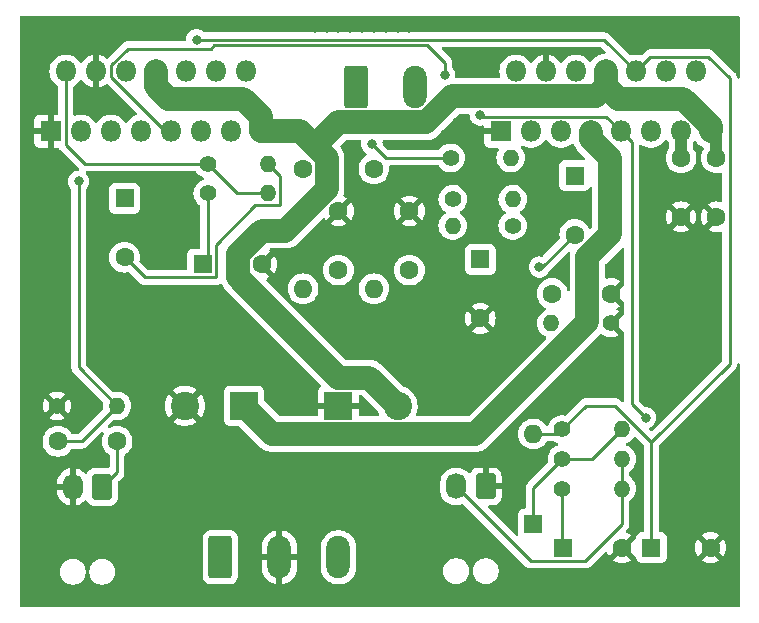
<source format=gbr>
%TF.GenerationSoftware,KiCad,Pcbnew,8.0.1*%
%TF.CreationDate,2024-03-26T18:20:05+01:00*%
%TF.ProjectId,TDA7294V,54444137-3239-4345-962e-6b696361645f,rev?*%
%TF.SameCoordinates,Original*%
%TF.FileFunction,Copper,L2,Bot*%
%TF.FilePolarity,Positive*%
%FSLAX46Y46*%
G04 Gerber Fmt 4.6, Leading zero omitted, Abs format (unit mm)*
G04 Created by KiCad (PCBNEW 8.0.1) date 2024-03-26 18:20:05*
%MOMM*%
%LPD*%
G01*
G04 APERTURE LIST*
G04 Aperture macros list*
%AMRoundRect*
0 Rectangle with rounded corners*
0 $1 Rounding radius*
0 $2 $3 $4 $5 $6 $7 $8 $9 X,Y pos of 4 corners*
0 Add a 4 corners polygon primitive as box body*
4,1,4,$2,$3,$4,$5,$6,$7,$8,$9,$2,$3,0*
0 Add four circle primitives for the rounded corners*
1,1,$1+$1,$2,$3*
1,1,$1+$1,$4,$5*
1,1,$1+$1,$6,$7*
1,1,$1+$1,$8,$9*
0 Add four rect primitives between the rounded corners*
20,1,$1+$1,$2,$3,$4,$5,0*
20,1,$1+$1,$4,$5,$6,$7,0*
20,1,$1+$1,$6,$7,$8,$9,0*
20,1,$1+$1,$8,$9,$2,$3,0*%
G04 Aperture macros list end*
%TA.AperFunction,ComponentPad*%
%ADD10C,1.600000*%
%TD*%
%TA.AperFunction,ComponentPad*%
%ADD11O,1.600000X1.600000*%
%TD*%
%TA.AperFunction,ComponentPad*%
%ADD12R,1.800000X1.800000*%
%TD*%
%TA.AperFunction,ComponentPad*%
%ADD13O,1.800000X1.800000*%
%TD*%
%TA.AperFunction,ComponentPad*%
%ADD14RoundRect,0.250000X-0.750000X-1.550000X0.750000X-1.550000X0.750000X1.550000X-0.750000X1.550000X0*%
%TD*%
%TA.AperFunction,ComponentPad*%
%ADD15O,2.000000X3.600000*%
%TD*%
%TA.AperFunction,ComponentPad*%
%ADD16C,1.400000*%
%TD*%
%TA.AperFunction,ComponentPad*%
%ADD17O,1.400000X1.400000*%
%TD*%
%TA.AperFunction,ComponentPad*%
%ADD18R,1.600000X1.600000*%
%TD*%
%TA.AperFunction,ComponentPad*%
%ADD19R,2.400000X2.400000*%
%TD*%
%TA.AperFunction,ComponentPad*%
%ADD20C,2.400000*%
%TD*%
%TA.AperFunction,ComponentPad*%
%ADD21RoundRect,0.250000X-0.600000X0.850000X-0.600000X-0.850000X0.600000X-0.850000X0.600000X0.850000X0*%
%TD*%
%TA.AperFunction,ComponentPad*%
%ADD22O,1.700000X2.200000*%
%TD*%
%TA.AperFunction,ViaPad*%
%ADD23C,0.800000*%
%TD*%
%TA.AperFunction,Conductor*%
%ADD24C,0.254000*%
%TD*%
%TA.AperFunction,Conductor*%
%ADD25C,1.000000*%
%TD*%
%TA.AperFunction,Conductor*%
%ADD26C,2.000000*%
%TD*%
G04 APERTURE END LIST*
D10*
%TO.P,R11,1*%
%TO.N,Net-(J2-Pin_2)*%
X148000000Y-50920000D03*
D11*
%TO.P,R11,2*%
%TO.N,Net-(C14-Pad2)*%
X148000000Y-61080000D03*
%TD*%
D12*
%TO.P,U2,1,SGND*%
%TO.N,GND*%
X158750000Y-47752000D03*
D13*
%TO.P,U2,2,-*%
%TO.N,Net-(U2--)*%
X160020000Y-42672000D03*
%TO.P,U2,3,+*%
%TO.N,Net-(U2-+)*%
X161290000Y-47752000D03*
%TO.P,U2,4,SIG_GND*%
%TO.N,GND*%
X162560000Y-42672000D03*
%TO.P,U2,5,NC*%
%TO.N,unconnected-(U2-NC-Pad5)*%
X163830000Y-47752000D03*
%TO.P,U2,6,BOOT*%
%TO.N,Net-(U2-BOOT)*%
X165100000Y-42672000D03*
%TO.P,U2,7,+Vs*%
%TO.N,+VDC*%
X166370000Y-47752000D03*
%TO.P,U2,8,-Vs*%
%TO.N,-VDC*%
X167640000Y-42672000D03*
%TO.P,U2,9,STBY*%
%TO.N,STBY*%
X168910000Y-47752000D03*
%TO.P,U2,10,MUTE*%
%TO.N,Mute*%
X170180000Y-42672000D03*
%TO.P,U2,11,NC*%
%TO.N,unconnected-(U2-NC-Pad11)*%
X171450000Y-47752000D03*
%TO.P,U2,12,NC*%
%TO.N,unconnected-(U2-NC-Pad12)*%
X172720000Y-42672000D03*
%TO.P,U2,13,+Vs*%
%TO.N,+VDC*%
X173990000Y-47752000D03*
%TO.P,U2,14*%
%TO.N,Net-(J2-Pin_2)*%
X175260000Y-42672000D03*
%TO.P,U2,15,-Vs*%
%TO.N,-VDC*%
X176530000Y-47752000D03*
%TD*%
D14*
%TO.P,J2,1,Pin_1*%
%TO.N,Net-(J2-Pin_1)*%
X146500000Y-44000000D03*
D15*
%TO.P,J2,2,Pin_2*%
%TO.N,Net-(J2-Pin_2)*%
X151500000Y-44000000D03*
%TD*%
D16*
%TO.P,R9,1*%
%TO.N,GND*%
X168080000Y-64000000D03*
D17*
%TO.P,R9,2*%
%TO.N,Net-(U2-+)*%
X163000000Y-64000000D03*
%TD*%
D10*
%TO.P,C9,1*%
%TO.N,GND*%
X174000000Y-55000000D03*
%TO.P,C9,2*%
%TO.N,+VDC*%
X174000000Y-50000000D03*
%TD*%
D12*
%TO.P,U1,1,SGND*%
%TO.N,GND*%
X120650000Y-47752000D03*
D13*
%TO.P,U1,2,-*%
%TO.N,Net-(U1--)*%
X121920000Y-42672000D03*
%TO.P,U1,3,+*%
%TO.N,Net-(U1-+)*%
X123190000Y-47752000D03*
%TO.P,U1,4,SIG_GND*%
%TO.N,GND*%
X124460000Y-42672000D03*
%TO.P,U1,5,NC*%
%TO.N,unconnected-(U1-NC-Pad5)*%
X125730000Y-47752000D03*
%TO.P,U1,6,BOOT*%
%TO.N,Net-(U1-BOOT)*%
X127000000Y-42672000D03*
%TO.P,U1,7,+Vs*%
%TO.N,+VDC*%
X128270000Y-47752000D03*
%TO.P,U1,8,-Vs*%
%TO.N,-VDC*%
X129540000Y-42672000D03*
%TO.P,U1,9,STBY*%
%TO.N,STBY*%
X130810000Y-47752000D03*
%TO.P,U1,10,MUTE*%
%TO.N,Mute*%
X132080000Y-42672000D03*
%TO.P,U1,11,NC*%
%TO.N,unconnected-(U1-NC-Pad11)*%
X133350000Y-47752000D03*
%TO.P,U1,12,NC*%
%TO.N,unconnected-(U1-NC-Pad12)*%
X134620000Y-42672000D03*
%TO.P,U1,13,+Vs*%
%TO.N,+VDC*%
X135890000Y-47752000D03*
%TO.P,U1,14*%
%TO.N,Net-(J2-Pin_1)*%
X137160000Y-42672000D03*
%TO.P,U1,15,-Vs*%
%TO.N,-VDC*%
X138430000Y-47752000D03*
%TD*%
D18*
%TO.P,D1,1,K*%
%TO.N,Net-(D1-K)*%
X161500000Y-81000000D03*
D11*
%TO.P,D1,2,A*%
%TO.N,Mute*%
X161500000Y-73380000D03*
%TD*%
D16*
%TO.P,R7,1*%
%TO.N,Net-(D1-K)*%
X163920000Y-75500000D03*
D17*
%TO.P,R7,2*%
%TO.N,/Mute{slash}st-by*%
X169000000Y-75500000D03*
%TD*%
D10*
%TO.P,C1,1*%
%TO.N,Net-(J1-Pin_1)*%
X126250000Y-74000000D03*
%TO.P,C1,2*%
%TO.N,Net-(U1-+)*%
X121250000Y-74000000D03*
%TD*%
D18*
%TO.P,C13,1*%
%TO.N,Net-(U2-BOOT)*%
X165000000Y-51500000D03*
D10*
%TO.P,C13,2*%
%TO.N,Net-(J2-Pin_2)*%
X165000000Y-56500000D03*
%TD*%
D16*
%TO.P,R1,1*%
%TO.N,GND*%
X121170000Y-71000000D03*
D17*
%TO.P,R1,2*%
%TO.N,Net-(U1-+)*%
X126250000Y-71000000D03*
%TD*%
D16*
%TO.P,R10,1*%
%TO.N,Net-(U2--)*%
X159750000Y-55750000D03*
D17*
%TO.P,R10,2*%
%TO.N,Net-(J2-Pin_2)*%
X154670000Y-55750000D03*
%TD*%
D16*
%TO.P,R6,1*%
%TO.N,Mute*%
X163920000Y-73000000D03*
D17*
%TO.P,R6,2*%
%TO.N,Net-(D1-K)*%
X169000000Y-73000000D03*
%TD*%
D16*
%TO.P,R5,1*%
%TO.N,STBY*%
X163920000Y-78000000D03*
D17*
%TO.P,R5,2*%
%TO.N,/Mute{slash}st-by*%
X169000000Y-78000000D03*
%TD*%
D19*
%TO.P,C8,1*%
%TO.N,GND*%
X145000000Y-71000000D03*
D20*
%TO.P,C8,2*%
%TO.N,-VDC*%
X150000000Y-71000000D03*
%TD*%
D10*
%TO.P,C4,1*%
%TO.N,GND*%
X145000000Y-54500000D03*
%TO.P,C4,2*%
%TO.N,Net-(C4-Pad2)*%
X145000000Y-59500000D03*
%TD*%
D16*
%TO.P,R12,1*%
%TO.N,Net-(J2-Pin_1)*%
X154500000Y-50000000D03*
D17*
%TO.P,R12,2*%
%TO.N,Net-(U2--)*%
X159580000Y-50000000D03*
%TD*%
D18*
%TO.P,C11,1*%
%TO.N,Net-(C11-Pad1)*%
X157000000Y-58597349D03*
D10*
%TO.P,C11,2*%
%TO.N,GND*%
X157000000Y-63597349D03*
%TD*%
D16*
%TO.P,R3,1*%
%TO.N,Net-(C2-Pad1)*%
X133920000Y-53000000D03*
D17*
%TO.P,R3,2*%
%TO.N,Net-(U1--)*%
X139000000Y-53000000D03*
%TD*%
D18*
%TO.P,C2,1*%
%TO.N,Net-(C2-Pad1)*%
X133500000Y-59000000D03*
D10*
%TO.P,C2,2*%
%TO.N,GND*%
X138500000Y-59000000D03*
%TD*%
D16*
%TO.P,R2,1*%
%TO.N,Net-(U1--)*%
X133920000Y-50500000D03*
D17*
%TO.P,R2,2*%
%TO.N,Net-(J2-Pin_1)*%
X139000000Y-50500000D03*
%TD*%
D18*
%TO.P,C3,1*%
%TO.N,Net-(U1-BOOT)*%
X126883349Y-53420000D03*
D10*
%TO.P,C3,2*%
%TO.N,Net-(J2-Pin_1)*%
X126883349Y-58420000D03*
%TD*%
D14*
%TO.P,J3,1,Pin_1*%
%TO.N,+VDC*%
X135000000Y-83820000D03*
D15*
%TO.P,J3,2,Pin_2*%
%TO.N,GND*%
X140000000Y-83820000D03*
%TO.P,J3,3,Pin_3*%
%TO.N,-VDC*%
X145000000Y-83820000D03*
%TD*%
D10*
%TO.P,C14,1*%
%TO.N,GND*%
X151000000Y-54500000D03*
%TO.P,C14,2*%
%TO.N,Net-(C14-Pad2)*%
X151000000Y-59500000D03*
%TD*%
D19*
%TO.P,C7,1*%
%TO.N,+VDC*%
X137000000Y-71000000D03*
D20*
%TO.P,C7,2*%
%TO.N,GND*%
X132000000Y-71000000D03*
%TD*%
D21*
%TO.P,J4,1,Pin_1*%
%TO.N,GND*%
X157460000Y-77820000D03*
D22*
%TO.P,J4,2,Pin_2*%
%TO.N,/Mute{slash}st-by*%
X154960000Y-77820000D03*
%TD*%
D18*
%TO.P,C6,1*%
%TO.N,Mute*%
X171500000Y-83000000D03*
D10*
%TO.P,C6,2*%
%TO.N,GND*%
X176500000Y-83000000D03*
%TD*%
D21*
%TO.P,J1,1,Pin_1*%
%TO.N,Net-(J1-Pin_1)*%
X125000000Y-77860000D03*
D22*
%TO.P,J1,2,Pin_2*%
%TO.N,GND*%
X122500000Y-77860000D03*
%TD*%
D10*
%TO.P,C10,1*%
%TO.N,-VDC*%
X177000000Y-50000000D03*
%TO.P,C10,2*%
%TO.N,GND*%
X177000000Y-55000000D03*
%TD*%
%TO.P,R4,1*%
%TO.N,Net-(J2-Pin_1)*%
X142000000Y-50920000D03*
D11*
%TO.P,R4,2*%
%TO.N,Net-(C4-Pad2)*%
X142000000Y-61080000D03*
%TD*%
D18*
%TO.P,C5,1*%
%TO.N,STBY*%
X164000000Y-83000000D03*
D10*
%TO.P,C5,2*%
%TO.N,GND*%
X169000000Y-83000000D03*
%TD*%
D16*
%TO.P,R8,1*%
%TO.N,Net-(C11-Pad1)*%
X154670000Y-53500000D03*
D17*
%TO.P,R8,2*%
%TO.N,Net-(U2--)*%
X159750000Y-53500000D03*
%TD*%
D10*
%TO.P,C12,1*%
%TO.N,GND*%
X168080000Y-61500000D03*
%TO.P,C12,2*%
%TO.N,Net-(U2-+)*%
X163080000Y-61500000D03*
%TD*%
D23*
%TO.N,Net-(U1-+)*%
X123000000Y-52000000D03*
%TO.N,GND*%
X171000000Y-56750000D03*
X120000000Y-56000000D03*
X160250000Y-61000000D03*
X140000000Y-67000000D03*
X120000000Y-55000000D03*
X155000000Y-48000000D03*
X120000000Y-54000000D03*
X162750000Y-53250000D03*
X139000000Y-67000000D03*
X178000000Y-38750000D03*
X133000000Y-66000000D03*
X159250000Y-58250000D03*
X149000000Y-65000000D03*
X163750000Y-53250000D03*
X129000000Y-39000000D03*
X127000000Y-39000000D03*
X171000000Y-57750000D03*
X150000000Y-65000000D03*
X171000000Y-54750000D03*
X130000000Y-39000000D03*
X138000000Y-65000000D03*
X157000000Y-42000000D03*
X138000000Y-66000000D03*
X168500000Y-66000000D03*
X178000000Y-40750000D03*
X125000000Y-39000000D03*
X157000000Y-51000000D03*
X147000000Y-39000000D03*
X151000000Y-39000000D03*
X134000000Y-67000000D03*
X163750000Y-54250000D03*
X145000000Y-39000000D03*
X156000000Y-42000000D03*
X168500000Y-67000000D03*
X152000000Y-65000000D03*
X120000000Y-57000000D03*
X143000000Y-39000000D03*
X147000000Y-65000000D03*
X140000000Y-68000000D03*
X155000000Y-47000000D03*
X128000000Y-39000000D03*
X171000000Y-55750000D03*
X148000000Y-39000000D03*
X159250000Y-61000000D03*
X177000000Y-38750000D03*
X133000000Y-67000000D03*
X126000000Y-39000000D03*
X146000000Y-39000000D03*
X160250000Y-58250000D03*
X151000000Y-65000000D03*
X153000000Y-65000000D03*
X134000000Y-66000000D03*
X177000000Y-39750000D03*
X149000000Y-39000000D03*
X146000000Y-65000000D03*
X139000000Y-66000000D03*
X138000000Y-67000000D03*
X124000000Y-39000000D03*
X134000000Y-68000000D03*
X154000000Y-48000000D03*
X120000000Y-52000000D03*
X133000000Y-68000000D03*
X120000000Y-53000000D03*
X139000000Y-68000000D03*
X120000000Y-51000000D03*
X134000000Y-65000000D03*
X150000000Y-39000000D03*
X162750000Y-54250000D03*
X155000000Y-42000000D03*
X148000000Y-65000000D03*
X178000000Y-39750000D03*
X156000000Y-48000000D03*
X144000000Y-39000000D03*
X158000000Y-42000000D03*
X133000000Y-65000000D03*
%TO.N,Net-(J2-Pin_1)*%
X147828982Y-48828982D03*
%TO.N,STBY*%
X154000000Y-43000000D03*
X157000000Y-46371500D03*
X171000000Y-72000000D03*
%TO.N,Mute*%
X133000000Y-40000000D03*
%TO.N,Net-(J2-Pin_2)*%
X162000000Y-59250000D03*
%TD*%
D24*
%TO.N,Net-(J1-Pin_1)*%
X125000000Y-77860000D02*
X126250000Y-76610000D01*
X126250000Y-76610000D02*
X126250000Y-74000000D01*
%TO.N,Net-(U1-+)*%
X126250000Y-71000000D02*
X123000000Y-67750000D01*
X123250000Y-74000000D02*
X126250000Y-71000000D01*
X121250000Y-74000000D02*
X123250000Y-74000000D01*
X123000000Y-67750000D02*
X123000000Y-52000000D01*
%TO.N,Net-(C2-Pad1)*%
X133920000Y-58580000D02*
X133500000Y-59000000D01*
X133920000Y-53000000D02*
X133920000Y-58580000D01*
%TO.N,Net-(J2-Pin_1)*%
X139973000Y-54027000D02*
X140027000Y-53973000D01*
X134627000Y-60127000D02*
X134627000Y-57373000D01*
X154500000Y-50000000D02*
X152500000Y-50000000D01*
X137973000Y-54027000D02*
X139973000Y-54027000D01*
X134627000Y-57373000D02*
X137973000Y-54027000D01*
X149000000Y-50000000D02*
X147828982Y-48828982D01*
X140027000Y-53973000D02*
X140027000Y-51527000D01*
X152500000Y-50000000D02*
X149000000Y-50000000D01*
X126883349Y-58420000D02*
X128590349Y-60127000D01*
X140027000Y-51527000D02*
X139000000Y-50500000D01*
X128590349Y-60127000D02*
X134627000Y-60127000D01*
%TO.N,STBY*%
X154000000Y-43000000D02*
X154000000Y-41954000D01*
X127186759Y-40750000D02*
X125773000Y-42163759D01*
X134204000Y-40750000D02*
X127186759Y-40750000D01*
X168910000Y-47752000D02*
X169810000Y-48652000D01*
X125773000Y-42163759D02*
X125773000Y-43180241D01*
X169810000Y-70810000D02*
X171000000Y-72000000D01*
X154000000Y-41954000D02*
X152500000Y-40454000D01*
X167683000Y-46525000D02*
X157153500Y-46525000D01*
X125773000Y-43180241D02*
X130344759Y-47752000D01*
X163920000Y-78000000D02*
X163920000Y-82920000D01*
X163920000Y-82920000D02*
X164000000Y-83000000D01*
X157153500Y-46525000D02*
X157000000Y-46371500D01*
X134500000Y-40454000D02*
X134204000Y-40750000D01*
X152500000Y-40454000D02*
X134500000Y-40454000D01*
X169810000Y-48652000D02*
X169810000Y-70810000D01*
X130344759Y-47752000D02*
X130810000Y-47752000D01*
X168910000Y-47752000D02*
X167683000Y-46525000D01*
%TO.N,Mute*%
X178127000Y-43254000D02*
X178127000Y-67420602D01*
X161500000Y-73380000D02*
X163540000Y-73380000D01*
X165920000Y-71000000D02*
X163920000Y-73000000D01*
X171500000Y-83000000D02*
X171500000Y-74047602D01*
X170180000Y-42672000D02*
X171407000Y-41445000D01*
X178127000Y-67420602D02*
X171500000Y-74047602D01*
X170180000Y-42672000D02*
X167508000Y-40000000D01*
X163540000Y-73380000D02*
X163920000Y-73000000D01*
X171407000Y-41445000D02*
X176318000Y-41445000D01*
X176318000Y-41445000D02*
X178127000Y-43254000D01*
X167508000Y-40000000D02*
X133000000Y-40000000D01*
X171500000Y-74047602D02*
X168452398Y-71000000D01*
X168452398Y-71000000D02*
X165920000Y-71000000D01*
D25*
%TO.N,+VDC*%
X174000000Y-50000000D02*
X174000000Y-47762000D01*
D26*
X139400000Y-73400000D02*
X156600000Y-73400000D01*
X137000000Y-71000000D02*
X139400000Y-73400000D01*
X168000000Y-56483000D02*
X168000000Y-50000000D01*
X166080000Y-58403000D02*
X168000000Y-56483000D01*
X156600000Y-73400000D02*
X166080000Y-63920000D01*
D25*
X174000000Y-47762000D02*
X173990000Y-47752000D01*
D26*
X166080000Y-63920000D02*
X166080000Y-58403000D01*
X168000000Y-50000000D02*
X166370000Y-48370000D01*
X166370000Y-48370000D02*
X166370000Y-47852000D01*
%TO.N,-VDC*%
X141752000Y-47752000D02*
X143000000Y-49000000D01*
X167640000Y-43944792D02*
X166812792Y-44772000D01*
X129540000Y-43944792D02*
X129540000Y-42672000D01*
X145000000Y-68600000D02*
X147600000Y-68600000D01*
X136950792Y-45000000D02*
X130595208Y-45000000D01*
X144000000Y-50000000D02*
X144000000Y-52671572D01*
X138430000Y-47752000D02*
X138430000Y-46479208D01*
X174207849Y-45000000D02*
X168695208Y-45000000D01*
X138430000Y-47752000D02*
X141752000Y-47752000D01*
D25*
X177000000Y-50000000D02*
X177000000Y-48222000D01*
D26*
X143000000Y-49000000D02*
X144000000Y-50000000D01*
X176530000Y-47752000D02*
X176530000Y-47322151D01*
X144000000Y-52671572D02*
X140500000Y-56171572D01*
X138500000Y-56171572D02*
X136500000Y-58171572D01*
X152411270Y-47000000D02*
X145000000Y-47000000D01*
X168695208Y-45000000D02*
X167640000Y-43944792D01*
X138430000Y-46479208D02*
X136950792Y-45000000D01*
X130595208Y-45000000D02*
X129540000Y-43944792D01*
X136500000Y-58171572D02*
X136500000Y-60100000D01*
X147600000Y-68600000D02*
X150000000Y-71000000D01*
X154639270Y-44772000D02*
X152411270Y-47000000D01*
D25*
X177000000Y-48222000D02*
X176530000Y-47752000D01*
D26*
X176530000Y-47322151D02*
X174207849Y-45000000D01*
X166812792Y-44772000D02*
X154639270Y-44772000D01*
X136500000Y-60100000D02*
X145000000Y-68600000D01*
X167640000Y-43944792D02*
X167640000Y-42672000D01*
X140500000Y-56171572D02*
X138500000Y-56171572D01*
X145000000Y-47000000D02*
X143000000Y-49000000D01*
D24*
%TO.N,Net-(J2-Pin_2)*%
X162250000Y-59250000D02*
X162000000Y-59250000D01*
X165000000Y-56500000D02*
X162250000Y-59250000D01*
%TO.N,Net-(D1-K)*%
X161500000Y-81000000D02*
X161500000Y-77920000D01*
X161500000Y-77920000D02*
X163920000Y-75500000D01*
X163920000Y-75500000D02*
X166500000Y-75500000D01*
X166500000Y-75500000D02*
X169000000Y-73000000D01*
%TO.N,/Mute{slash}st-by*%
X169000000Y-75500000D02*
X169000000Y-78000000D01*
X154960000Y-77820000D02*
X161267000Y-84127000D01*
X161267000Y-84127000D02*
X165873000Y-84127000D01*
X169000000Y-81000000D02*
X169000000Y-78000000D01*
X165873000Y-84127000D02*
X169000000Y-81000000D01*
%TO.N,Net-(U1--)*%
X139000000Y-53000000D02*
X136420000Y-53000000D01*
X133920000Y-50500000D02*
X123500000Y-50500000D01*
X121920000Y-48920000D02*
X121920000Y-42672000D01*
X123500000Y-50500000D02*
X121920000Y-48920000D01*
X136420000Y-53000000D02*
X133920000Y-50500000D01*
%TD*%
%TA.AperFunction,Conductor*%
%TO.N,GND*%
G36*
X178943039Y-38019685D02*
G01*
X178988794Y-38072489D01*
X179000000Y-38124000D01*
X179000000Y-43167414D01*
X178980315Y-43234453D01*
X178927511Y-43280208D01*
X178858353Y-43290152D01*
X178794797Y-43261127D01*
X178757023Y-43202349D01*
X178754383Y-43191606D01*
X178730386Y-43070970D01*
X178730385Y-43070969D01*
X178730385Y-43070965D01*
X178692295Y-42979007D01*
X178683086Y-42956773D01*
X178683079Y-42956760D01*
X178614412Y-42853993D01*
X178572159Y-42811740D01*
X178527008Y-42766589D01*
X177626945Y-41866526D01*
X176718013Y-40957593D01*
X176718009Y-40957590D01*
X176681259Y-40933034D01*
X176615239Y-40888920D01*
X176615226Y-40888913D01*
X176581785Y-40875062D01*
X176501035Y-40841614D01*
X176501027Y-40841612D01*
X176379807Y-40817500D01*
X176379803Y-40817500D01*
X171468803Y-40817500D01*
X171345197Y-40817500D01*
X171345192Y-40817500D01*
X171223972Y-40841612D01*
X171223964Y-40841614D01*
X171143215Y-40875062D01*
X171109777Y-40888913D01*
X171109767Y-40888917D01*
X171109763Y-40888920D01*
X171043740Y-40933035D01*
X171006990Y-40957590D01*
X171006986Y-40957593D01*
X170676414Y-41288165D01*
X170615091Y-41321650D01*
X170548471Y-41317766D01*
X170524980Y-41309701D01*
X170334250Y-41277874D01*
X170296049Y-41271500D01*
X170063951Y-41271500D01*
X170025795Y-41277867D01*
X169835014Y-41309702D01*
X169811525Y-41317766D01*
X169741726Y-41320914D01*
X169683584Y-41288165D01*
X167908011Y-39512591D01*
X167908007Y-39512588D01*
X167805239Y-39443920D01*
X167805226Y-39443913D01*
X167771785Y-39430062D01*
X167691035Y-39396614D01*
X167691027Y-39396612D01*
X167569807Y-39372500D01*
X167569803Y-39372500D01*
X133701947Y-39372500D01*
X133634908Y-39352815D01*
X133609800Y-39331476D01*
X133605871Y-39327112D01*
X133605869Y-39327111D01*
X133605867Y-39327108D01*
X133605864Y-39327106D01*
X133452734Y-39215851D01*
X133452729Y-39215848D01*
X133279807Y-39138857D01*
X133279802Y-39138855D01*
X133134001Y-39107865D01*
X133094646Y-39099500D01*
X132905354Y-39099500D01*
X132872897Y-39106398D01*
X132720197Y-39138855D01*
X132720192Y-39138857D01*
X132547270Y-39215848D01*
X132547265Y-39215851D01*
X132394129Y-39327111D01*
X132267466Y-39467785D01*
X132172821Y-39631715D01*
X132172818Y-39631722D01*
X132114327Y-39811740D01*
X132114326Y-39811744D01*
X132094540Y-40000000D01*
X132093861Y-40006463D01*
X132092251Y-40006293D01*
X132074855Y-40065539D01*
X132022051Y-40111294D01*
X131970540Y-40122500D01*
X127124954Y-40122500D01*
X127003729Y-40146613D01*
X127003719Y-40146616D01*
X126889532Y-40193913D01*
X126889519Y-40193920D01*
X126786751Y-40262588D01*
X126786747Y-40262591D01*
X125488558Y-41560780D01*
X125427235Y-41594265D01*
X125357543Y-41589281D01*
X125324715Y-41570953D01*
X125228349Y-41495948D01*
X125024302Y-41385523D01*
X125024293Y-41385520D01*
X124804861Y-41310188D01*
X124710000Y-41294359D01*
X124710000Y-42238988D01*
X124652993Y-42206075D01*
X124525826Y-42172000D01*
X124394174Y-42172000D01*
X124267007Y-42206075D01*
X124210000Y-42238988D01*
X124210000Y-41294359D01*
X124209999Y-41294359D01*
X124115138Y-41310188D01*
X123895706Y-41385520D01*
X123895697Y-41385523D01*
X123691648Y-41495949D01*
X123691644Y-41495952D01*
X123508562Y-41638451D01*
X123508558Y-41638454D01*
X123351413Y-41809159D01*
X123294106Y-41896874D01*
X123240960Y-41942231D01*
X123171728Y-41951654D01*
X123108393Y-41922152D01*
X123086489Y-41896873D01*
X123086190Y-41896416D01*
X123066663Y-41866526D01*
X123028983Y-41808852D01*
X123028980Y-41808849D01*
X123028979Y-41808847D01*
X122871784Y-41638087D01*
X122871779Y-41638083D01*
X122871777Y-41638081D01*
X122688634Y-41495535D01*
X122688628Y-41495531D01*
X122484504Y-41385064D01*
X122484495Y-41385061D01*
X122264984Y-41309702D01*
X122093282Y-41281050D01*
X122036049Y-41271500D01*
X121803951Y-41271500D01*
X121758164Y-41279140D01*
X121575015Y-41309702D01*
X121355504Y-41385061D01*
X121355495Y-41385064D01*
X121151371Y-41495531D01*
X121151365Y-41495535D01*
X120968222Y-41638081D01*
X120968219Y-41638084D01*
X120968216Y-41638086D01*
X120968216Y-41638087D01*
X120916296Y-41694487D01*
X120811016Y-41808852D01*
X120684075Y-42003151D01*
X120590842Y-42215699D01*
X120533866Y-42440691D01*
X120533864Y-42440702D01*
X120514700Y-42671993D01*
X120514700Y-42672006D01*
X120533864Y-42903297D01*
X120533866Y-42903308D01*
X120590842Y-43128300D01*
X120684075Y-43340848D01*
X120811016Y-43535147D01*
X120811019Y-43535151D01*
X120811021Y-43535153D01*
X120968216Y-43705913D01*
X120968219Y-43705915D01*
X120968222Y-43705918D01*
X121151365Y-43848464D01*
X121151375Y-43848471D01*
X121227517Y-43889676D01*
X121277108Y-43938895D01*
X121292500Y-43998731D01*
X121292500Y-46228000D01*
X121272815Y-46295039D01*
X121220011Y-46340794D01*
X121168500Y-46352000D01*
X120900000Y-46352000D01*
X120900000Y-47318988D01*
X120842993Y-47286075D01*
X120715826Y-47252000D01*
X120584174Y-47252000D01*
X120457007Y-47286075D01*
X120400000Y-47318988D01*
X120400000Y-46352000D01*
X119702155Y-46352000D01*
X119642627Y-46358401D01*
X119642620Y-46358403D01*
X119507913Y-46408645D01*
X119507906Y-46408649D01*
X119392812Y-46494809D01*
X119392809Y-46494812D01*
X119306649Y-46609906D01*
X119306645Y-46609913D01*
X119256403Y-46744620D01*
X119256401Y-46744627D01*
X119250000Y-46804155D01*
X119250000Y-47502000D01*
X120216988Y-47502000D01*
X120184075Y-47559007D01*
X120150000Y-47686174D01*
X120150000Y-47817826D01*
X120184075Y-47944993D01*
X120216988Y-48002000D01*
X119250000Y-48002000D01*
X119250000Y-48699844D01*
X119256401Y-48759372D01*
X119256403Y-48759379D01*
X119306645Y-48894086D01*
X119306649Y-48894093D01*
X119392809Y-49009187D01*
X119392812Y-49009190D01*
X119507906Y-49095350D01*
X119507913Y-49095354D01*
X119642620Y-49145596D01*
X119642627Y-49145598D01*
X119702155Y-49151999D01*
X119702172Y-49152000D01*
X120400000Y-49152000D01*
X120400000Y-48185012D01*
X120457007Y-48217925D01*
X120584174Y-48252000D01*
X120715826Y-48252000D01*
X120842993Y-48217925D01*
X120900000Y-48185012D01*
X120900000Y-49152000D01*
X121254727Y-49152000D01*
X121321766Y-49171685D01*
X121359657Y-49212751D01*
X121360532Y-49212167D01*
X121417156Y-49296911D01*
X121417157Y-49296912D01*
X121432590Y-49320010D01*
X123000399Y-50887819D01*
X123033884Y-50949142D01*
X123028900Y-51018834D01*
X122987028Y-51074767D01*
X122921564Y-51099184D01*
X122912718Y-51099500D01*
X122905354Y-51099500D01*
X122872897Y-51106398D01*
X122720197Y-51138855D01*
X122720192Y-51138857D01*
X122547270Y-51215848D01*
X122547265Y-51215851D01*
X122394129Y-51327111D01*
X122267466Y-51467785D01*
X122172821Y-51631715D01*
X122172818Y-51631722D01*
X122122392Y-51786919D01*
X122114326Y-51811744D01*
X122094540Y-52000000D01*
X122114326Y-52188256D01*
X122114327Y-52188259D01*
X122172818Y-52368277D01*
X122172821Y-52368284D01*
X122203114Y-52420754D01*
X122267467Y-52532216D01*
X122340651Y-52613494D01*
X122370880Y-52676484D01*
X122372500Y-52696465D01*
X122372500Y-67811807D01*
X122396612Y-67933028D01*
X122396613Y-67933032D01*
X122396614Y-67933035D01*
X122414695Y-67976685D01*
X122443917Y-68047233D01*
X122443919Y-68047236D01*
X122443920Y-68047238D01*
X122444498Y-68048103D01*
X122444495Y-68048104D01*
X122444515Y-68048127D01*
X122488722Y-68114288D01*
X122512590Y-68150010D01*
X122512591Y-68150011D01*
X125030662Y-70668081D01*
X125064147Y-70729404D01*
X125064783Y-70772697D01*
X125065414Y-70772756D01*
X125064885Y-70778463D01*
X125064885Y-70778464D01*
X125044357Y-71000000D01*
X125051676Y-71078991D01*
X125065414Y-71227244D01*
X125064276Y-71227349D01*
X125057831Y-71290984D01*
X125030661Y-71331918D01*
X123026400Y-73336181D01*
X122965077Y-73369666D01*
X122938719Y-73372500D01*
X122462787Y-73372500D01*
X122395748Y-73352815D01*
X122361212Y-73319623D01*
X122334046Y-73280826D01*
X122250047Y-73160861D01*
X122250045Y-73160858D01*
X122089141Y-72999954D01*
X121902734Y-72869432D01*
X121902732Y-72869431D01*
X121696497Y-72773261D01*
X121696488Y-72773258D01*
X121476697Y-72714366D01*
X121476693Y-72714365D01*
X121476692Y-72714365D01*
X121476691Y-72714364D01*
X121476686Y-72714364D01*
X121250002Y-72694532D01*
X121249998Y-72694532D01*
X121023313Y-72714364D01*
X121023302Y-72714366D01*
X120803511Y-72773258D01*
X120803502Y-72773261D01*
X120597267Y-72869431D01*
X120597265Y-72869432D01*
X120410858Y-72999954D01*
X120249954Y-73160858D01*
X120119432Y-73347265D01*
X120119431Y-73347267D01*
X120023261Y-73553502D01*
X120023258Y-73553511D01*
X119964366Y-73773302D01*
X119964364Y-73773313D01*
X119944532Y-73999998D01*
X119944532Y-74000001D01*
X119964364Y-74226686D01*
X119964366Y-74226697D01*
X120023258Y-74446488D01*
X120023261Y-74446497D01*
X120119431Y-74652732D01*
X120119432Y-74652734D01*
X120249954Y-74839141D01*
X120410858Y-75000045D01*
X120410861Y-75000047D01*
X120597266Y-75130568D01*
X120803504Y-75226739D01*
X121023308Y-75285635D01*
X121185230Y-75299801D01*
X121249998Y-75305468D01*
X121250000Y-75305468D01*
X121250002Y-75305468D01*
X121306673Y-75300509D01*
X121476692Y-75285635D01*
X121696496Y-75226739D01*
X121902734Y-75130568D01*
X122089139Y-75000047D01*
X122250047Y-74839139D01*
X122361212Y-74680376D01*
X122415788Y-74636752D01*
X122462787Y-74627500D01*
X123311804Y-74627500D01*
X123311805Y-74627499D01*
X123433035Y-74603386D01*
X123513784Y-74569937D01*
X123547233Y-74556083D01*
X123650008Y-74487411D01*
X123737411Y-74400008D01*
X124909873Y-73227545D01*
X124971195Y-73194061D01*
X125040887Y-73199045D01*
X125096820Y-73240917D01*
X125121237Y-73306381D01*
X125109935Y-73367632D01*
X125023262Y-73553502D01*
X125023258Y-73553511D01*
X124964366Y-73773302D01*
X124964364Y-73773313D01*
X124944532Y-73999998D01*
X124944532Y-74000001D01*
X124964364Y-74226686D01*
X124964366Y-74226697D01*
X125023258Y-74446488D01*
X125023261Y-74446497D01*
X125119431Y-74652732D01*
X125119432Y-74652734D01*
X125249954Y-74839141D01*
X125410858Y-75000045D01*
X125569623Y-75111212D01*
X125613248Y-75165788D01*
X125622500Y-75212787D01*
X125622500Y-76135500D01*
X125602815Y-76202539D01*
X125550011Y-76248294D01*
X125498500Y-76259500D01*
X124349998Y-76259500D01*
X124349981Y-76259501D01*
X124247203Y-76270000D01*
X124247200Y-76270001D01*
X124080668Y-76325185D01*
X124080663Y-76325187D01*
X123931342Y-76417289D01*
X123807289Y-76541342D01*
X123711551Y-76696559D01*
X123659603Y-76743283D01*
X123590640Y-76754506D01*
X123526558Y-76726662D01*
X123518331Y-76719143D01*
X123379464Y-76580276D01*
X123379459Y-76580272D01*
X123207557Y-76455379D01*
X123018215Y-76358903D01*
X122816124Y-76293241D01*
X122750000Y-76282768D01*
X122750000Y-77311517D01*
X122731591Y-77300889D01*
X122578991Y-77260000D01*
X122421009Y-77260000D01*
X122268409Y-77300889D01*
X122250000Y-77311517D01*
X122250000Y-76282768D01*
X122249999Y-76282768D01*
X122183875Y-76293241D01*
X121981784Y-76358903D01*
X121792442Y-76455379D01*
X121620540Y-76580272D01*
X121620535Y-76580276D01*
X121470276Y-76730535D01*
X121470272Y-76730540D01*
X121345379Y-76902442D01*
X121248904Y-77091782D01*
X121183242Y-77293869D01*
X121183242Y-77293872D01*
X121150000Y-77503753D01*
X121150000Y-77610000D01*
X121951518Y-77610000D01*
X121940889Y-77628409D01*
X121900000Y-77781009D01*
X121900000Y-77938991D01*
X121940889Y-78091591D01*
X121951518Y-78110000D01*
X121150000Y-78110000D01*
X121150000Y-78216246D01*
X121183242Y-78426127D01*
X121183242Y-78426130D01*
X121248904Y-78628217D01*
X121345379Y-78817557D01*
X121470272Y-78989459D01*
X121470276Y-78989464D01*
X121620535Y-79139723D01*
X121620540Y-79139727D01*
X121792442Y-79264620D01*
X121981782Y-79361095D01*
X122183871Y-79426757D01*
X122250000Y-79437231D01*
X122250000Y-78408482D01*
X122268409Y-78419111D01*
X122421009Y-78460000D01*
X122578991Y-78460000D01*
X122731591Y-78419111D01*
X122750000Y-78408482D01*
X122750000Y-79437230D01*
X122816126Y-79426757D01*
X122816129Y-79426757D01*
X123018217Y-79361095D01*
X123207557Y-79264620D01*
X123379458Y-79139728D01*
X123518330Y-79000856D01*
X123579653Y-78967371D01*
X123649345Y-78972355D01*
X123705279Y-79014226D01*
X123711551Y-79023440D01*
X123715185Y-79029331D01*
X123715186Y-79029334D01*
X123807288Y-79178656D01*
X123931344Y-79302712D01*
X124080666Y-79394814D01*
X124247203Y-79449999D01*
X124349991Y-79460500D01*
X125650008Y-79460499D01*
X125752797Y-79449999D01*
X125919334Y-79394814D01*
X126068656Y-79302712D01*
X126192712Y-79178656D01*
X126284814Y-79029334D01*
X126339999Y-78862797D01*
X126350500Y-78760009D01*
X126350499Y-77448280D01*
X126370184Y-77381242D01*
X126386818Y-77360600D01*
X126559655Y-77187764D01*
X126737411Y-77010008D01*
X126757070Y-76980586D01*
X126806083Y-76907233D01*
X126826806Y-76857203D01*
X126853386Y-76793035D01*
X126877500Y-76671803D01*
X126877500Y-76548197D01*
X126877500Y-75212787D01*
X126897185Y-75145748D01*
X126930377Y-75111212D01*
X127089139Y-75000047D01*
X127250047Y-74839139D01*
X127380568Y-74652734D01*
X127476739Y-74446496D01*
X127535635Y-74226692D01*
X127555468Y-74000000D01*
X127535635Y-73773308D01*
X127476739Y-73553504D01*
X127380568Y-73347266D01*
X127282839Y-73207693D01*
X127250045Y-73160858D01*
X127089141Y-72999954D01*
X126902734Y-72869432D01*
X126902732Y-72869431D01*
X126696497Y-72773261D01*
X126696488Y-72773258D01*
X126476697Y-72714366D01*
X126476693Y-72714365D01*
X126476692Y-72714365D01*
X126476691Y-72714364D01*
X126476686Y-72714364D01*
X126250002Y-72694532D01*
X126249998Y-72694532D01*
X126023313Y-72714364D01*
X126023302Y-72714366D01*
X125803511Y-72773258D01*
X125803504Y-72773260D01*
X125803504Y-72773261D01*
X125792346Y-72778464D01*
X125617631Y-72859935D01*
X125548553Y-72870427D01*
X125484769Y-72841907D01*
X125446530Y-72783431D01*
X125445975Y-72713563D01*
X125477543Y-72659874D01*
X125922490Y-72214927D01*
X125983811Y-72181444D01*
X126032952Y-72180721D01*
X126138757Y-72200500D01*
X126138760Y-72200500D01*
X126361241Y-72200500D01*
X126361243Y-72200500D01*
X126579940Y-72159618D01*
X126787401Y-72079247D01*
X126976562Y-71962124D01*
X127124774Y-71827011D01*
X127140979Y-71812238D01*
X127141353Y-71811744D01*
X127275058Y-71634689D01*
X127374229Y-71435528D01*
X127435115Y-71221536D01*
X127455643Y-71000004D01*
X130295233Y-71000004D01*
X130314273Y-71254079D01*
X130370968Y-71502477D01*
X130370973Y-71502494D01*
X130464058Y-71739671D01*
X130464057Y-71739671D01*
X130591454Y-71960327D01*
X130591461Y-71960338D01*
X130633452Y-72012991D01*
X130633453Y-72012992D01*
X131435387Y-71211058D01*
X131440889Y-71231591D01*
X131519881Y-71368408D01*
X131631592Y-71480119D01*
X131768409Y-71559111D01*
X131788940Y-71564612D01*
X130986813Y-72366738D01*
X131147616Y-72476371D01*
X131147624Y-72476376D01*
X131377176Y-72586921D01*
X131377174Y-72586921D01*
X131620652Y-72662024D01*
X131620658Y-72662026D01*
X131872595Y-72699999D01*
X131872604Y-72700000D01*
X132127396Y-72700000D01*
X132127404Y-72699999D01*
X132379341Y-72662026D01*
X132379347Y-72662024D01*
X132622824Y-72586921D01*
X132852376Y-72476376D01*
X132852377Y-72476375D01*
X133013185Y-72366738D01*
X132211060Y-71564612D01*
X132231591Y-71559111D01*
X132368408Y-71480119D01*
X132480119Y-71368408D01*
X132559111Y-71231591D01*
X132564612Y-71211059D01*
X133366544Y-72012992D01*
X133366546Y-72012991D01*
X133408544Y-71960330D01*
X133535941Y-71739671D01*
X133629026Y-71502494D01*
X133629031Y-71502477D01*
X133685726Y-71254079D01*
X133704767Y-71000004D01*
X133704767Y-70999995D01*
X133685726Y-70745920D01*
X133629031Y-70497522D01*
X133629026Y-70497505D01*
X133535941Y-70260328D01*
X133535942Y-70260328D01*
X133408545Y-70039672D01*
X133366545Y-69987006D01*
X132564612Y-70788939D01*
X132559111Y-70768409D01*
X132480119Y-70631592D01*
X132368408Y-70519881D01*
X132231591Y-70440889D01*
X132211059Y-70435387D01*
X133013185Y-69633260D01*
X132852384Y-69523628D01*
X132852376Y-69523623D01*
X132622823Y-69413078D01*
X132622825Y-69413078D01*
X132379347Y-69337975D01*
X132379341Y-69337973D01*
X132127404Y-69300000D01*
X131872595Y-69300000D01*
X131620658Y-69337973D01*
X131620652Y-69337975D01*
X131377175Y-69413078D01*
X131147622Y-69523625D01*
X131147609Y-69523632D01*
X130986813Y-69633259D01*
X131788941Y-70435387D01*
X131768409Y-70440889D01*
X131631592Y-70519881D01*
X131519881Y-70631592D01*
X131440889Y-70768409D01*
X131435387Y-70788941D01*
X130633452Y-69987006D01*
X130591457Y-70039667D01*
X130464058Y-70260328D01*
X130370973Y-70497505D01*
X130370968Y-70497522D01*
X130314273Y-70745920D01*
X130295233Y-70999995D01*
X130295233Y-71000004D01*
X127455643Y-71000004D01*
X127455643Y-71000000D01*
X127435115Y-70778464D01*
X127374229Y-70564472D01*
X127374224Y-70564461D01*
X127275061Y-70365316D01*
X127275056Y-70365308D01*
X127140979Y-70187761D01*
X126976562Y-70037876D01*
X126976560Y-70037874D01*
X126787404Y-69920754D01*
X126787398Y-69920752D01*
X126579940Y-69840382D01*
X126361243Y-69799500D01*
X126138757Y-69799500D01*
X126032955Y-69819278D01*
X125963440Y-69812247D01*
X125922489Y-69785070D01*
X123663819Y-67526400D01*
X123630334Y-67465077D01*
X123627500Y-67438719D01*
X123627500Y-54267870D01*
X125582849Y-54267870D01*
X125582850Y-54267876D01*
X125589257Y-54327483D01*
X125639551Y-54462328D01*
X125639555Y-54462335D01*
X125725801Y-54577544D01*
X125725804Y-54577547D01*
X125841013Y-54663793D01*
X125841020Y-54663797D01*
X125975866Y-54714091D01*
X125975865Y-54714091D01*
X125982793Y-54714835D01*
X126035476Y-54720500D01*
X127731221Y-54720499D01*
X127790832Y-54714091D01*
X127925680Y-54663796D01*
X128040895Y-54577546D01*
X128127145Y-54462331D01*
X128177440Y-54327483D01*
X128183849Y-54267873D01*
X128183848Y-52572128D01*
X128177440Y-52512517D01*
X128173038Y-52500715D01*
X128127146Y-52377671D01*
X128127142Y-52377664D01*
X128040896Y-52262455D01*
X128040893Y-52262452D01*
X127925684Y-52176206D01*
X127925677Y-52176202D01*
X127790831Y-52125908D01*
X127790832Y-52125908D01*
X127731232Y-52119501D01*
X127731230Y-52119500D01*
X127731222Y-52119500D01*
X127731213Y-52119500D01*
X126035478Y-52119500D01*
X126035472Y-52119501D01*
X125975865Y-52125908D01*
X125841020Y-52176202D01*
X125841013Y-52176206D01*
X125725804Y-52262452D01*
X125725801Y-52262455D01*
X125639555Y-52377664D01*
X125639551Y-52377671D01*
X125589257Y-52512517D01*
X125582850Y-52572116D01*
X125582850Y-52572123D01*
X125582849Y-52572135D01*
X125582849Y-54267870D01*
X123627500Y-54267870D01*
X123627500Y-52696465D01*
X123647185Y-52629426D01*
X123659343Y-52613500D01*
X123732533Y-52532216D01*
X123827179Y-52368284D01*
X123885674Y-52188256D01*
X123905460Y-52000000D01*
X123885674Y-51811744D01*
X123827179Y-51631716D01*
X123732533Y-51467784D01*
X123612498Y-51334472D01*
X123582268Y-51271481D01*
X123590893Y-51202145D01*
X123635635Y-51148480D01*
X123702287Y-51127522D01*
X123704648Y-51127500D01*
X132827768Y-51127500D01*
X132894807Y-51147185D01*
X132926722Y-51176773D01*
X133029020Y-51312238D01*
X133193437Y-51462123D01*
X133193439Y-51462125D01*
X133382595Y-51579245D01*
X133382596Y-51579245D01*
X133382599Y-51579247D01*
X133524898Y-51634374D01*
X133580298Y-51676946D01*
X133603889Y-51742713D01*
X133588178Y-51810793D01*
X133538154Y-51859572D01*
X133524906Y-51865622D01*
X133418693Y-51906769D01*
X133382601Y-51920752D01*
X133382595Y-51920754D01*
X133193439Y-52037874D01*
X133193437Y-52037876D01*
X133029020Y-52187761D01*
X132894943Y-52365308D01*
X132894938Y-52365316D01*
X132795775Y-52564461D01*
X132795769Y-52564476D01*
X132734885Y-52778462D01*
X132734884Y-52778464D01*
X132714357Y-52999999D01*
X132714357Y-53000000D01*
X132734884Y-53221535D01*
X132734885Y-53221537D01*
X132795769Y-53435523D01*
X132795775Y-53435538D01*
X132894938Y-53634683D01*
X132894943Y-53634691D01*
X133029020Y-53812238D01*
X133193433Y-53962120D01*
X133193435Y-53962121D01*
X133193438Y-53962124D01*
X133233777Y-53987101D01*
X133280412Y-54039127D01*
X133292500Y-54092527D01*
X133292500Y-57575500D01*
X133272815Y-57642539D01*
X133220011Y-57688294D01*
X133168500Y-57699500D01*
X132652129Y-57699500D01*
X132652123Y-57699501D01*
X132592516Y-57705908D01*
X132457671Y-57756202D01*
X132457664Y-57756206D01*
X132342455Y-57842452D01*
X132342452Y-57842455D01*
X132256206Y-57957664D01*
X132256202Y-57957671D01*
X132205908Y-58092517D01*
X132199501Y-58152116D01*
X132199500Y-58152127D01*
X132199500Y-58793099D01*
X132199501Y-59375500D01*
X132179816Y-59442539D01*
X132127013Y-59488294D01*
X132075501Y-59499500D01*
X128901630Y-59499500D01*
X128834591Y-59479815D01*
X128813949Y-59463181D01*
X128183359Y-58832591D01*
X128149874Y-58771268D01*
X128151266Y-58712815D01*
X128168982Y-58646699D01*
X128168981Y-58646699D01*
X128168984Y-58646692D01*
X128188817Y-58420000D01*
X128184007Y-58365027D01*
X128176997Y-58284902D01*
X128168984Y-58193308D01*
X128110088Y-57973504D01*
X128013917Y-57767266D01*
X127883396Y-57580861D01*
X127883394Y-57580858D01*
X127722490Y-57419954D01*
X127536083Y-57289432D01*
X127536081Y-57289431D01*
X127329846Y-57193261D01*
X127329837Y-57193258D01*
X127110046Y-57134366D01*
X127110042Y-57134365D01*
X127110041Y-57134365D01*
X127110040Y-57134364D01*
X127110035Y-57134364D01*
X126883351Y-57114532D01*
X126883347Y-57114532D01*
X126656662Y-57134364D01*
X126656651Y-57134366D01*
X126436860Y-57193258D01*
X126436851Y-57193261D01*
X126230616Y-57289431D01*
X126230614Y-57289432D01*
X126044207Y-57419954D01*
X125883303Y-57580858D01*
X125752781Y-57767265D01*
X125752780Y-57767267D01*
X125656610Y-57973502D01*
X125656607Y-57973511D01*
X125597715Y-58193302D01*
X125597713Y-58193313D01*
X125577881Y-58419998D01*
X125577881Y-58420001D01*
X125597713Y-58646686D01*
X125597715Y-58646697D01*
X125656607Y-58866488D01*
X125656610Y-58866497D01*
X125752780Y-59072732D01*
X125752781Y-59072734D01*
X125883303Y-59259141D01*
X126044207Y-59420045D01*
X126080164Y-59445222D01*
X126230615Y-59550568D01*
X126436853Y-59646739D01*
X126656657Y-59705635D01*
X126818579Y-59719801D01*
X126883347Y-59725468D01*
X126883349Y-59725468D01*
X126883351Y-59725468D01*
X126914770Y-59722719D01*
X127110041Y-59705635D01*
X127176164Y-59687917D01*
X127246014Y-59689578D01*
X127295940Y-59720010D01*
X128102938Y-60527008D01*
X128190341Y-60614411D01*
X128190343Y-60614413D01*
X128190345Y-60614414D01*
X128293105Y-60683076D01*
X128293107Y-60683077D01*
X128293116Y-60683083D01*
X128338755Y-60701987D01*
X128407315Y-60730386D01*
X128528541Y-60754499D01*
X128528545Y-60754500D01*
X128528546Y-60754500D01*
X134688805Y-60754500D01*
X134770361Y-60738276D01*
X134810035Y-60730385D01*
X134924233Y-60683083D01*
X134924243Y-60683076D01*
X134949062Y-60666493D01*
X135015738Y-60645613D01*
X135083119Y-60664096D01*
X135128440Y-60713298D01*
X135199781Y-60853313D01*
X135216657Y-60886434D01*
X135338041Y-61053504D01*
X135355484Y-61077511D01*
X143500591Y-69222618D01*
X143534076Y-69283941D01*
X143529092Y-69353633D01*
X143487221Y-69409565D01*
X143442812Y-69442809D01*
X143442809Y-69442812D01*
X143356649Y-69557906D01*
X143356645Y-69557913D01*
X143306403Y-69692620D01*
X143306401Y-69692627D01*
X143300000Y-69752155D01*
X143300000Y-70750000D01*
X144451518Y-70750000D01*
X144440889Y-70768409D01*
X144400000Y-70921009D01*
X144400000Y-71078991D01*
X144440889Y-71231591D01*
X144451518Y-71250000D01*
X143300000Y-71250000D01*
X143300000Y-71775500D01*
X143280315Y-71842539D01*
X143227511Y-71888294D01*
X143176000Y-71899500D01*
X140072890Y-71899500D01*
X140005851Y-71879815D01*
X139985209Y-71863181D01*
X138736818Y-70614790D01*
X138703333Y-70553467D01*
X138700499Y-70527109D01*
X138700499Y-69752129D01*
X138700498Y-69752123D01*
X138700497Y-69752116D01*
X138694091Y-69692517D01*
X138684487Y-69666768D01*
X138643797Y-69557671D01*
X138643793Y-69557664D01*
X138557547Y-69442455D01*
X138557544Y-69442452D01*
X138442335Y-69356206D01*
X138442328Y-69356202D01*
X138307482Y-69305908D01*
X138307483Y-69305908D01*
X138247883Y-69299501D01*
X138247881Y-69299500D01*
X138247873Y-69299500D01*
X138247864Y-69299500D01*
X135752129Y-69299500D01*
X135752123Y-69299501D01*
X135692516Y-69305908D01*
X135557671Y-69356202D01*
X135557664Y-69356206D01*
X135442455Y-69442452D01*
X135442452Y-69442455D01*
X135356206Y-69557664D01*
X135356202Y-69557671D01*
X135305908Y-69692517D01*
X135300318Y-69744517D01*
X135299501Y-69752123D01*
X135299500Y-69752135D01*
X135299500Y-72247870D01*
X135299501Y-72247876D01*
X135305908Y-72307483D01*
X135356202Y-72442328D01*
X135356206Y-72442335D01*
X135442452Y-72557544D01*
X135442455Y-72557547D01*
X135557664Y-72643793D01*
X135557671Y-72643797D01*
X135692517Y-72694091D01*
X135692516Y-72694091D01*
X135699444Y-72694835D01*
X135752127Y-72700500D01*
X136527110Y-72700499D01*
X136594149Y-72720183D01*
X136614790Y-72736817D01*
X138422490Y-74544518D01*
X138566986Y-74649500D01*
X138613567Y-74683343D01*
X138712991Y-74734002D01*
X138824003Y-74790566D01*
X138824005Y-74790566D01*
X138824008Y-74790568D01*
X138924522Y-74823227D01*
X139048631Y-74863553D01*
X139281903Y-74900500D01*
X139281908Y-74900500D01*
X156718097Y-74900500D01*
X156951368Y-74863553D01*
X156984416Y-74852815D01*
X157175992Y-74790568D01*
X157386434Y-74683343D01*
X157577510Y-74544517D01*
X167168830Y-64953198D01*
X167230153Y-64919713D01*
X167299845Y-64924697D01*
X167340050Y-64949243D01*
X167353738Y-64961721D01*
X167542820Y-65078797D01*
X167542822Y-65078798D01*
X167750195Y-65159134D01*
X167968807Y-65200000D01*
X168191193Y-65200000D01*
X168409809Y-65159133D01*
X168617168Y-65078801D01*
X168617181Y-65078795D01*
X168733326Y-65006879D01*
X168076447Y-64350000D01*
X168126078Y-64350000D01*
X168215095Y-64326148D01*
X168294905Y-64280070D01*
X168360070Y-64214905D01*
X168406148Y-64135095D01*
X168430000Y-64046078D01*
X168430000Y-63953922D01*
X168406148Y-63864905D01*
X168360070Y-63785095D01*
X168294905Y-63719930D01*
X168215095Y-63673852D01*
X168126078Y-63650000D01*
X168076447Y-63650000D01*
X168733327Y-62993119D01*
X168617178Y-62921202D01*
X168617174Y-62921200D01*
X168610452Y-62918596D01*
X168555050Y-62876024D01*
X168531459Y-62810257D01*
X168547170Y-62742176D01*
X168597193Y-62693397D01*
X168602841Y-62690587D01*
X168732478Y-62630136D01*
X168805471Y-62579024D01*
X168126447Y-61900000D01*
X168132661Y-61900000D01*
X168234394Y-61872741D01*
X168325606Y-61820080D01*
X168400080Y-61745606D01*
X168452741Y-61654394D01*
X168480000Y-61552661D01*
X168480000Y-61546447D01*
X169146181Y-62212628D01*
X169179666Y-62273951D01*
X169182500Y-62300309D01*
X169182500Y-63218285D01*
X169162815Y-63285324D01*
X169110011Y-63331079D01*
X169100800Y-63332750D01*
X168433553Y-63999999D01*
X168433553Y-64000000D01*
X169103293Y-64669740D01*
X169118155Y-64673006D01*
X169167457Y-64722515D01*
X169182500Y-64781713D01*
X169182500Y-70543320D01*
X169162815Y-70610359D01*
X169110011Y-70656114D01*
X169040853Y-70666058D01*
X168977297Y-70637033D01*
X168970819Y-70631001D01*
X168852409Y-70512591D01*
X168852405Y-70512588D01*
X168749634Y-70443918D01*
X168701566Y-70424008D01*
X168635433Y-70396614D01*
X168635430Y-70396613D01*
X168635426Y-70396612D01*
X168514205Y-70372500D01*
X168514201Y-70372500D01*
X165858197Y-70372500D01*
X165858195Y-70372500D01*
X165736970Y-70396613D01*
X165736960Y-70396616D01*
X165622773Y-70443913D01*
X165622760Y-70443920D01*
X165519992Y-70512588D01*
X165519988Y-70512591D01*
X164247510Y-71785069D01*
X164186187Y-71818554D01*
X164137045Y-71819277D01*
X164047513Y-71802541D01*
X164031243Y-71799500D01*
X163808757Y-71799500D01*
X163590060Y-71840382D01*
X163488272Y-71879815D01*
X163382601Y-71920752D01*
X163382595Y-71920754D01*
X163193439Y-72037874D01*
X163193437Y-72037876D01*
X163029020Y-72187761D01*
X162894943Y-72365308D01*
X162894936Y-72365320D01*
X162795774Y-72564465D01*
X162795771Y-72564471D01*
X162786435Y-72597285D01*
X162749155Y-72656378D01*
X162685845Y-72685935D01*
X162616605Y-72676571D01*
X162565594Y-72634472D01*
X162500045Y-72540858D01*
X162339141Y-72379954D01*
X162152734Y-72249432D01*
X162152732Y-72249431D01*
X161946497Y-72153261D01*
X161946488Y-72153258D01*
X161726697Y-72094366D01*
X161726693Y-72094365D01*
X161726692Y-72094365D01*
X161726691Y-72094364D01*
X161726686Y-72094364D01*
X161500002Y-72074532D01*
X161499998Y-72074532D01*
X161273313Y-72094364D01*
X161273302Y-72094366D01*
X161053511Y-72153258D01*
X161053502Y-72153261D01*
X160847267Y-72249431D01*
X160847265Y-72249432D01*
X160660858Y-72379954D01*
X160499954Y-72540858D01*
X160369432Y-72727265D01*
X160369431Y-72727267D01*
X160273261Y-72933502D01*
X160273258Y-72933511D01*
X160214366Y-73153302D01*
X160214364Y-73153313D01*
X160194532Y-73379998D01*
X160194532Y-73380001D01*
X160214364Y-73606686D01*
X160214366Y-73606697D01*
X160273258Y-73826488D01*
X160273261Y-73826497D01*
X160369431Y-74032732D01*
X160369432Y-74032734D01*
X160499954Y-74219141D01*
X160660858Y-74380045D01*
X160707693Y-74412839D01*
X160847266Y-74510568D01*
X161053504Y-74606739D01*
X161273308Y-74665635D01*
X161435230Y-74679801D01*
X161499998Y-74685468D01*
X161500000Y-74685468D01*
X161500002Y-74685468D01*
X161558190Y-74680377D01*
X161726692Y-74665635D01*
X161946496Y-74606739D01*
X162152734Y-74510568D01*
X162339139Y-74380047D01*
X162500047Y-74219139D01*
X162611212Y-74060376D01*
X162665788Y-74016752D01*
X162712787Y-74007500D01*
X163231443Y-74007500D01*
X163296718Y-74026072D01*
X163382599Y-74079247D01*
X163524898Y-74134374D01*
X163580298Y-74176946D01*
X163603889Y-74242713D01*
X163588178Y-74310793D01*
X163538154Y-74359572D01*
X163524906Y-74365622D01*
X163436148Y-74400008D01*
X163382601Y-74420752D01*
X163382595Y-74420754D01*
X163193439Y-74537874D01*
X163193437Y-74537876D01*
X163029020Y-74687761D01*
X162894943Y-74865308D01*
X162894938Y-74865316D01*
X162795775Y-75064461D01*
X162795769Y-75064476D01*
X162734885Y-75278462D01*
X162734884Y-75278464D01*
X162714357Y-75499999D01*
X162714357Y-75500000D01*
X162735414Y-75727244D01*
X162734276Y-75727349D01*
X162727831Y-75790984D01*
X162700661Y-75831918D01*
X161494707Y-77037874D01*
X161099992Y-77432589D01*
X161073325Y-77459256D01*
X161012586Y-77519994D01*
X161012585Y-77519996D01*
X160943233Y-77623789D01*
X160941586Y-77628393D01*
X160896614Y-77736964D01*
X160896612Y-77736972D01*
X160872500Y-77858192D01*
X160872500Y-79575500D01*
X160852815Y-79642539D01*
X160800011Y-79688294D01*
X160748501Y-79699500D01*
X160652130Y-79699500D01*
X160652123Y-79699501D01*
X160592516Y-79705908D01*
X160457671Y-79756202D01*
X160457664Y-79756206D01*
X160342455Y-79842452D01*
X160342452Y-79842455D01*
X160256206Y-79957664D01*
X160256202Y-79957671D01*
X160205908Y-80092517D01*
X160199501Y-80152116D01*
X160199501Y-80152123D01*
X160199500Y-80152135D01*
X160199500Y-81847870D01*
X160199502Y-81847889D01*
X160200982Y-81861663D01*
X160188573Y-81930422D01*
X160140959Y-81981557D01*
X160073259Y-81998832D01*
X160006966Y-81976763D01*
X159990011Y-81962592D01*
X157659099Y-79631680D01*
X157625614Y-79570357D01*
X157630598Y-79500665D01*
X157672470Y-79444732D01*
X157737934Y-79420315D01*
X157746780Y-79419999D01*
X158109972Y-79419999D01*
X158109986Y-79419998D01*
X158212697Y-79409505D01*
X158379119Y-79354358D01*
X158379124Y-79354356D01*
X158528345Y-79262315D01*
X158652315Y-79138345D01*
X158744356Y-78989124D01*
X158744358Y-78989119D01*
X158799505Y-78822697D01*
X158799506Y-78822690D01*
X158809999Y-78719986D01*
X158810000Y-78719973D01*
X158810000Y-78070000D01*
X158008482Y-78070000D01*
X158019111Y-78051591D01*
X158060000Y-77898991D01*
X158060000Y-77741009D01*
X158019111Y-77588409D01*
X158008482Y-77570000D01*
X158809999Y-77570000D01*
X158809999Y-76920028D01*
X158809998Y-76920013D01*
X158799505Y-76817302D01*
X158744358Y-76650880D01*
X158744356Y-76650875D01*
X158652315Y-76501654D01*
X158528345Y-76377684D01*
X158379124Y-76285643D01*
X158379119Y-76285641D01*
X158212697Y-76230494D01*
X158212690Y-76230493D01*
X158109986Y-76220000D01*
X157710000Y-76220000D01*
X157710000Y-77271517D01*
X157691591Y-77260889D01*
X157538991Y-77220000D01*
X157381009Y-77220000D01*
X157228409Y-77260889D01*
X157210000Y-77271517D01*
X157210000Y-76220000D01*
X156810028Y-76220000D01*
X156810012Y-76220001D01*
X156707302Y-76230494D01*
X156540880Y-76285641D01*
X156540875Y-76285643D01*
X156391654Y-76377684D01*
X156267683Y-76501655D01*
X156267680Y-76501659D01*
X156172183Y-76656484D01*
X156120235Y-76703209D01*
X156051273Y-76714430D01*
X155987191Y-76686587D01*
X155978964Y-76679068D01*
X155839786Y-76539890D01*
X155667820Y-76414951D01*
X155478414Y-76318444D01*
X155478413Y-76318443D01*
X155478412Y-76318443D01*
X155276243Y-76252754D01*
X155276241Y-76252753D01*
X155276240Y-76252753D01*
X155114957Y-76227208D01*
X155066287Y-76219500D01*
X154853713Y-76219500D01*
X154805042Y-76227208D01*
X154643760Y-76252753D01*
X154441585Y-76318444D01*
X154252179Y-76414951D01*
X154080213Y-76539890D01*
X153929890Y-76690213D01*
X153804951Y-76862179D01*
X153708444Y-77051585D01*
X153642753Y-77253760D01*
X153609500Y-77463713D01*
X153609500Y-78176286D01*
X153635448Y-78340119D01*
X153642754Y-78386243D01*
X153666719Y-78460000D01*
X153708444Y-78588414D01*
X153804951Y-78777820D01*
X153929890Y-78949786D01*
X154080213Y-79100109D01*
X154252179Y-79225048D01*
X154252181Y-79225049D01*
X154252184Y-79225051D01*
X154441588Y-79321557D01*
X154643757Y-79387246D01*
X154853713Y-79420500D01*
X154853714Y-79420500D01*
X155066286Y-79420500D01*
X155066287Y-79420500D01*
X155276243Y-79387246D01*
X155478396Y-79321561D01*
X155548235Y-79319567D01*
X155604393Y-79351812D01*
X160779589Y-84527008D01*
X160830133Y-84577552D01*
X160866994Y-84614413D01*
X160866996Y-84614414D01*
X160871697Y-84617555D01*
X160969767Y-84683083D01*
X161003215Y-84696937D01*
X161083965Y-84730386D01*
X161205192Y-84754499D01*
X161205196Y-84754500D01*
X161205197Y-84754500D01*
X165934804Y-84754500D01*
X165934805Y-84754499D01*
X166056035Y-84730386D01*
X166136784Y-84696937D01*
X166170233Y-84683083D01*
X166273008Y-84614411D01*
X166360411Y-84527008D01*
X167551573Y-83335845D01*
X167612892Y-83302363D01*
X167682583Y-83307347D01*
X167738517Y-83349218D01*
X167759025Y-83391435D01*
X167773731Y-83446319D01*
X167773735Y-83446331D01*
X167869863Y-83652478D01*
X167920974Y-83725472D01*
X168600000Y-83046446D01*
X168600000Y-83052661D01*
X168627259Y-83154394D01*
X168679920Y-83245606D01*
X168754394Y-83320080D01*
X168845606Y-83372741D01*
X168947339Y-83400000D01*
X168953553Y-83400000D01*
X168274526Y-84079025D01*
X168347513Y-84130132D01*
X168347521Y-84130136D01*
X168553668Y-84226264D01*
X168553682Y-84226269D01*
X168773389Y-84285139D01*
X168773400Y-84285141D01*
X168999998Y-84304966D01*
X169000002Y-84304966D01*
X169226599Y-84285141D01*
X169226610Y-84285139D01*
X169446317Y-84226269D01*
X169446331Y-84226264D01*
X169652478Y-84130136D01*
X169725471Y-84079024D01*
X169046447Y-83400000D01*
X169052661Y-83400000D01*
X169154394Y-83372741D01*
X169245606Y-83320080D01*
X169320080Y-83245606D01*
X169372741Y-83154394D01*
X169400000Y-83052661D01*
X169400000Y-83046447D01*
X170084197Y-83730644D01*
X170133192Y-83740491D01*
X170183375Y-83789106D01*
X170198049Y-83844632D01*
X170199099Y-83844576D01*
X170199146Y-83844571D01*
X170199146Y-83844573D01*
X170199324Y-83844564D01*
X170199501Y-83847876D01*
X170205908Y-83907483D01*
X170256202Y-84042328D01*
X170256206Y-84042335D01*
X170342452Y-84157544D01*
X170342455Y-84157547D01*
X170457664Y-84243793D01*
X170457671Y-84243797D01*
X170592517Y-84294091D01*
X170592516Y-84294091D01*
X170599444Y-84294835D01*
X170652127Y-84300500D01*
X172347872Y-84300499D01*
X172407483Y-84294091D01*
X172542331Y-84243796D01*
X172657546Y-84157546D01*
X172743796Y-84042331D01*
X172794091Y-83907483D01*
X172800500Y-83847873D01*
X172800500Y-83000002D01*
X175195034Y-83000002D01*
X175214858Y-83226599D01*
X175214860Y-83226610D01*
X175273730Y-83446317D01*
X175273735Y-83446331D01*
X175369863Y-83652478D01*
X175420974Y-83725472D01*
X176100000Y-83046446D01*
X176100000Y-83052661D01*
X176127259Y-83154394D01*
X176179920Y-83245606D01*
X176254394Y-83320080D01*
X176345606Y-83372741D01*
X176447339Y-83400000D01*
X176453553Y-83400000D01*
X175774526Y-84079025D01*
X175847513Y-84130132D01*
X175847521Y-84130136D01*
X176053668Y-84226264D01*
X176053682Y-84226269D01*
X176273389Y-84285139D01*
X176273400Y-84285141D01*
X176499998Y-84304966D01*
X176500002Y-84304966D01*
X176726599Y-84285141D01*
X176726610Y-84285139D01*
X176946317Y-84226269D01*
X176946331Y-84226264D01*
X177152478Y-84130136D01*
X177225471Y-84079024D01*
X176546447Y-83400000D01*
X176552661Y-83400000D01*
X176654394Y-83372741D01*
X176745606Y-83320080D01*
X176820080Y-83245606D01*
X176872741Y-83154394D01*
X176900000Y-83052661D01*
X176900000Y-83046447D01*
X177579024Y-83725471D01*
X177630136Y-83652478D01*
X177726264Y-83446331D01*
X177726269Y-83446317D01*
X177785139Y-83226610D01*
X177785141Y-83226599D01*
X177804966Y-83000002D01*
X177804966Y-82999997D01*
X177785141Y-82773400D01*
X177785139Y-82773389D01*
X177726269Y-82553682D01*
X177726264Y-82553668D01*
X177630136Y-82347521D01*
X177630132Y-82347513D01*
X177579025Y-82274526D01*
X176900000Y-82953551D01*
X176900000Y-82947339D01*
X176872741Y-82845606D01*
X176820080Y-82754394D01*
X176745606Y-82679920D01*
X176654394Y-82627259D01*
X176552661Y-82600000D01*
X176546448Y-82600000D01*
X177225472Y-81920974D01*
X177152478Y-81869863D01*
X176946331Y-81773735D01*
X176946317Y-81773730D01*
X176726610Y-81714860D01*
X176726599Y-81714858D01*
X176500002Y-81695034D01*
X176499998Y-81695034D01*
X176273400Y-81714858D01*
X176273389Y-81714860D01*
X176053682Y-81773730D01*
X176053673Y-81773734D01*
X175847516Y-81869866D01*
X175847512Y-81869868D01*
X175774526Y-81920973D01*
X175774526Y-81920974D01*
X176453553Y-82600000D01*
X176447339Y-82600000D01*
X176345606Y-82627259D01*
X176254394Y-82679920D01*
X176179920Y-82754394D01*
X176127259Y-82845606D01*
X176100000Y-82947339D01*
X176100000Y-82953552D01*
X175420974Y-82274526D01*
X175420973Y-82274526D01*
X175369868Y-82347512D01*
X175369866Y-82347516D01*
X175273734Y-82553673D01*
X175273730Y-82553682D01*
X175214860Y-82773389D01*
X175214858Y-82773400D01*
X175195034Y-82999997D01*
X175195034Y-83000002D01*
X172800500Y-83000002D01*
X172800499Y-82152128D01*
X172794091Y-82092517D01*
X172775431Y-82042488D01*
X172743797Y-81957671D01*
X172743793Y-81957664D01*
X172657547Y-81842455D01*
X172657544Y-81842452D01*
X172542335Y-81756206D01*
X172542328Y-81756202D01*
X172407482Y-81705908D01*
X172407483Y-81705908D01*
X172347883Y-81699501D01*
X172347881Y-81699500D01*
X172347873Y-81699500D01*
X172347865Y-81699500D01*
X172251500Y-81699500D01*
X172184461Y-81679815D01*
X172138706Y-81627011D01*
X172127500Y-81575500D01*
X172127500Y-74358883D01*
X172147185Y-74291844D01*
X172163819Y-74271202D01*
X178614408Y-67820613D01*
X178614411Y-67820610D01*
X178683083Y-67717835D01*
X178730385Y-67603637D01*
X178745749Y-67526400D01*
X178754383Y-67482995D01*
X178786768Y-67421084D01*
X178847484Y-67386510D01*
X178917253Y-67390250D01*
X178973925Y-67431117D01*
X178999507Y-67496135D01*
X179000000Y-67507187D01*
X179000000Y-87876000D01*
X178980315Y-87943039D01*
X178927511Y-87988794D01*
X178876000Y-88000000D01*
X118124000Y-88000000D01*
X118056961Y-87980315D01*
X118011206Y-87927511D01*
X118000000Y-87876000D01*
X118000000Y-85126610D01*
X121399500Y-85126610D01*
X121420262Y-85257701D01*
X121426598Y-85297701D01*
X121480127Y-85462445D01*
X121558768Y-85616788D01*
X121660586Y-85756928D01*
X121783072Y-85879414D01*
X121923212Y-85981232D01*
X122077555Y-86059873D01*
X122242299Y-86113402D01*
X122413389Y-86140500D01*
X122413390Y-86140500D01*
X122586610Y-86140500D01*
X122586611Y-86140500D01*
X122757701Y-86113402D01*
X122922445Y-86059873D01*
X123076788Y-85981232D01*
X123216928Y-85879414D01*
X123339414Y-85756928D01*
X123441232Y-85616788D01*
X123519873Y-85462445D01*
X123573402Y-85297701D01*
X123600500Y-85126611D01*
X123600500Y-85126610D01*
X123899500Y-85126610D01*
X123920262Y-85257701D01*
X123926598Y-85297701D01*
X123980127Y-85462445D01*
X124058768Y-85616788D01*
X124160586Y-85756928D01*
X124283072Y-85879414D01*
X124423212Y-85981232D01*
X124577555Y-86059873D01*
X124742299Y-86113402D01*
X124913389Y-86140500D01*
X124913390Y-86140500D01*
X125086610Y-86140500D01*
X125086611Y-86140500D01*
X125257701Y-86113402D01*
X125422445Y-86059873D01*
X125576788Y-85981232D01*
X125716928Y-85879414D01*
X125839414Y-85756928D01*
X125941232Y-85616788D01*
X126019873Y-85462445D01*
X126033664Y-85420001D01*
X133499500Y-85420001D01*
X133499501Y-85420018D01*
X133510000Y-85522796D01*
X133510001Y-85522799D01*
X133565185Y-85689331D01*
X133565186Y-85689334D01*
X133657288Y-85838656D01*
X133781344Y-85962712D01*
X133930666Y-86054814D01*
X134097203Y-86109999D01*
X134199991Y-86120500D01*
X135800008Y-86120499D01*
X135902797Y-86109999D01*
X136069334Y-86054814D01*
X136218656Y-85962712D01*
X136342712Y-85838656D01*
X136434814Y-85689334D01*
X136489999Y-85522797D01*
X136500500Y-85420009D01*
X136500500Y-84738052D01*
X138500000Y-84738052D01*
X138536934Y-84971247D01*
X138609897Y-85195802D01*
X138717085Y-85406171D01*
X138855866Y-85597186D01*
X139022813Y-85764133D01*
X139213828Y-85902914D01*
X139424195Y-86010102D01*
X139648744Y-86083063D01*
X139648750Y-86083065D01*
X139750000Y-86099101D01*
X139750000Y-84474120D01*
X139795818Y-84493099D01*
X139931056Y-84520000D01*
X140068944Y-84520000D01*
X140204182Y-84493099D01*
X140250000Y-84474120D01*
X140250000Y-86099100D01*
X140351249Y-86083065D01*
X140351255Y-86083063D01*
X140575804Y-86010102D01*
X140786171Y-85902914D01*
X140977186Y-85764133D01*
X141144133Y-85597186D01*
X141282914Y-85406171D01*
X141390102Y-85195802D01*
X141463065Y-84971247D01*
X141499993Y-84738097D01*
X143499500Y-84738097D01*
X143536446Y-84971368D01*
X143609433Y-85195996D01*
X143640872Y-85257697D01*
X143716657Y-85406433D01*
X143855483Y-85597510D01*
X144022490Y-85764517D01*
X144213567Y-85903343D01*
X144312991Y-85954002D01*
X144424003Y-86010566D01*
X144424005Y-86010566D01*
X144424008Y-86010568D01*
X144544412Y-86049689D01*
X144648631Y-86083553D01*
X144881903Y-86120500D01*
X144881908Y-86120500D01*
X145118097Y-86120500D01*
X145351368Y-86083553D01*
X145424253Y-86059871D01*
X145575992Y-86010568D01*
X145786433Y-85903343D01*
X145977510Y-85764517D01*
X146144517Y-85597510D01*
X146283343Y-85406433D01*
X146390568Y-85195992D01*
X146426108Y-85086611D01*
X153859500Y-85086611D01*
X153886598Y-85257701D01*
X153940127Y-85422445D01*
X154018768Y-85576788D01*
X154120586Y-85716928D01*
X154243072Y-85839414D01*
X154383212Y-85941232D01*
X154537555Y-86019873D01*
X154702299Y-86073402D01*
X154873389Y-86100500D01*
X154873390Y-86100500D01*
X155046610Y-86100500D01*
X155046611Y-86100500D01*
X155217701Y-86073402D01*
X155382445Y-86019873D01*
X155536788Y-85941232D01*
X155676928Y-85839414D01*
X155799414Y-85716928D01*
X155901232Y-85576788D01*
X155979873Y-85422445D01*
X156033402Y-85257701D01*
X156060500Y-85086611D01*
X156359500Y-85086611D01*
X156386598Y-85257701D01*
X156440127Y-85422445D01*
X156518768Y-85576788D01*
X156620586Y-85716928D01*
X156743072Y-85839414D01*
X156883212Y-85941232D01*
X157037555Y-86019873D01*
X157202299Y-86073402D01*
X157373389Y-86100500D01*
X157373390Y-86100500D01*
X157546610Y-86100500D01*
X157546611Y-86100500D01*
X157717701Y-86073402D01*
X157882445Y-86019873D01*
X158036788Y-85941232D01*
X158176928Y-85839414D01*
X158299414Y-85716928D01*
X158401232Y-85576788D01*
X158479873Y-85422445D01*
X158533402Y-85257701D01*
X158560500Y-85086611D01*
X158560500Y-84913389D01*
X158533402Y-84742299D01*
X158479873Y-84577555D01*
X158401232Y-84423212D01*
X158299414Y-84283072D01*
X158176928Y-84160586D01*
X158036788Y-84058768D01*
X157882445Y-83980127D01*
X157717701Y-83926598D01*
X157717699Y-83926597D01*
X157717698Y-83926597D01*
X157586271Y-83905781D01*
X157546611Y-83899500D01*
X157373389Y-83899500D01*
X157333728Y-83905781D01*
X157202302Y-83926597D01*
X157037552Y-83980128D01*
X156883211Y-84058768D01*
X156828157Y-84098768D01*
X156743072Y-84160586D01*
X156743070Y-84160588D01*
X156743069Y-84160588D01*
X156620588Y-84283069D01*
X156620588Y-84283070D01*
X156620586Y-84283072D01*
X156591526Y-84323070D01*
X156518768Y-84423211D01*
X156440128Y-84577552D01*
X156386597Y-84742302D01*
X156380262Y-84782302D01*
X156359500Y-84913389D01*
X156359500Y-85086611D01*
X156060500Y-85086611D01*
X156060500Y-84913389D01*
X156033402Y-84742299D01*
X155979873Y-84577555D01*
X155901232Y-84423212D01*
X155799414Y-84283072D01*
X155676928Y-84160586D01*
X155536788Y-84058768D01*
X155382445Y-83980127D01*
X155217701Y-83926598D01*
X155217699Y-83926597D01*
X155217698Y-83926597D01*
X155086271Y-83905781D01*
X155046611Y-83899500D01*
X154873389Y-83899500D01*
X154833728Y-83905781D01*
X154702302Y-83926597D01*
X154537552Y-83980128D01*
X154383211Y-84058768D01*
X154328157Y-84098768D01*
X154243072Y-84160586D01*
X154243070Y-84160588D01*
X154243069Y-84160588D01*
X154120588Y-84283069D01*
X154120588Y-84283070D01*
X154120586Y-84283072D01*
X154091526Y-84323070D01*
X154018768Y-84423211D01*
X153940128Y-84577552D01*
X153886597Y-84742302D01*
X153880262Y-84782302D01*
X153859500Y-84913389D01*
X153859500Y-85086611D01*
X146426108Y-85086611D01*
X146463553Y-84971368D01*
X146472736Y-84913389D01*
X146500500Y-84738097D01*
X146500500Y-82901902D01*
X146463553Y-82668631D01*
X146390566Y-82444003D01*
X146317447Y-82300500D01*
X146283343Y-82233567D01*
X146144517Y-82042490D01*
X145977510Y-81875483D01*
X145786433Y-81736657D01*
X145761416Y-81723910D01*
X145575996Y-81629433D01*
X145351368Y-81556446D01*
X145118097Y-81519500D01*
X145118092Y-81519500D01*
X144881908Y-81519500D01*
X144881903Y-81519500D01*
X144648631Y-81556446D01*
X144424003Y-81629433D01*
X144213566Y-81736657D01*
X144124536Y-81801342D01*
X144022490Y-81875483D01*
X144022488Y-81875485D01*
X144022487Y-81875485D01*
X143855485Y-82042487D01*
X143855485Y-82042488D01*
X143855483Y-82042490D01*
X143819137Y-82092516D01*
X143716657Y-82233566D01*
X143609433Y-82444003D01*
X143536446Y-82668631D01*
X143499500Y-82901902D01*
X143499500Y-84738097D01*
X141499993Y-84738097D01*
X141500000Y-84738052D01*
X141500000Y-84070000D01*
X140654121Y-84070000D01*
X140673099Y-84024182D01*
X140700000Y-83888944D01*
X140700000Y-83751056D01*
X140673099Y-83615818D01*
X140654121Y-83570000D01*
X141500000Y-83570000D01*
X141500000Y-82901947D01*
X141463065Y-82668752D01*
X141390102Y-82444197D01*
X141282914Y-82233828D01*
X141144133Y-82042813D01*
X140977186Y-81875866D01*
X140786171Y-81737085D01*
X140575802Y-81629897D01*
X140351247Y-81556934D01*
X140250000Y-81540897D01*
X140250000Y-83165879D01*
X140204182Y-83146901D01*
X140068944Y-83120000D01*
X139931056Y-83120000D01*
X139795818Y-83146901D01*
X139750000Y-83165879D01*
X139750000Y-81540897D01*
X139648752Y-81556934D01*
X139424197Y-81629897D01*
X139213828Y-81737085D01*
X139022813Y-81875866D01*
X138855866Y-82042813D01*
X138717085Y-82233828D01*
X138609897Y-82444197D01*
X138536934Y-82668752D01*
X138500000Y-82901947D01*
X138500000Y-83570000D01*
X139345879Y-83570000D01*
X139326901Y-83615818D01*
X139300000Y-83751056D01*
X139300000Y-83888944D01*
X139326901Y-84024182D01*
X139345879Y-84070000D01*
X138500000Y-84070000D01*
X138500000Y-84738052D01*
X136500500Y-84738052D01*
X136500499Y-82219992D01*
X136489999Y-82117203D01*
X136434814Y-81950666D01*
X136342712Y-81801344D01*
X136218656Y-81677288D01*
X136125888Y-81620069D01*
X136069336Y-81585187D01*
X136069331Y-81585185D01*
X136067862Y-81584698D01*
X135902797Y-81530001D01*
X135902795Y-81530000D01*
X135800010Y-81519500D01*
X134199998Y-81519500D01*
X134199981Y-81519501D01*
X134097203Y-81530000D01*
X134097200Y-81530001D01*
X133930668Y-81585185D01*
X133930663Y-81585187D01*
X133781342Y-81677289D01*
X133657289Y-81801342D01*
X133565187Y-81950663D01*
X133565185Y-81950668D01*
X133561234Y-81962592D01*
X133510001Y-82117203D01*
X133510001Y-82117204D01*
X133510000Y-82117204D01*
X133499500Y-82219983D01*
X133499500Y-85420001D01*
X126033664Y-85420001D01*
X126073402Y-85297701D01*
X126100500Y-85126611D01*
X126100500Y-84953389D01*
X126073402Y-84782299D01*
X126019873Y-84617555D01*
X125941232Y-84463212D01*
X125839414Y-84323072D01*
X125716928Y-84200586D01*
X125576788Y-84098768D01*
X125422445Y-84020127D01*
X125257701Y-83966598D01*
X125257699Y-83966597D01*
X125257698Y-83966597D01*
X125126271Y-83945781D01*
X125086611Y-83939500D01*
X124913389Y-83939500D01*
X124873728Y-83945781D01*
X124742302Y-83966597D01*
X124577552Y-84020128D01*
X124423211Y-84098768D01*
X124350531Y-84151574D01*
X124283072Y-84200586D01*
X124283070Y-84200588D01*
X124283069Y-84200588D01*
X124160588Y-84323069D01*
X124160588Y-84323070D01*
X124160586Y-84323072D01*
X124131049Y-84363726D01*
X124058768Y-84463211D01*
X123980128Y-84617552D01*
X123926597Y-84782302D01*
X123899500Y-84953389D01*
X123899500Y-85126610D01*
X123600500Y-85126610D01*
X123600500Y-84953389D01*
X123573402Y-84782299D01*
X123519873Y-84617555D01*
X123441232Y-84463212D01*
X123339414Y-84323072D01*
X123216928Y-84200586D01*
X123076788Y-84098768D01*
X122922445Y-84020127D01*
X122757701Y-83966598D01*
X122757699Y-83966597D01*
X122757698Y-83966597D01*
X122626271Y-83945781D01*
X122586611Y-83939500D01*
X122413389Y-83939500D01*
X122373728Y-83945781D01*
X122242302Y-83966597D01*
X122077552Y-84020128D01*
X121923211Y-84098768D01*
X121850531Y-84151574D01*
X121783072Y-84200586D01*
X121783070Y-84200588D01*
X121783069Y-84200588D01*
X121660588Y-84323069D01*
X121660588Y-84323070D01*
X121660586Y-84323072D01*
X121631049Y-84363726D01*
X121558768Y-84463211D01*
X121480128Y-84617552D01*
X121426597Y-84782302D01*
X121399500Y-84953389D01*
X121399500Y-85126610D01*
X118000000Y-85126610D01*
X118000000Y-72006880D01*
X120516672Y-72006880D01*
X120632821Y-72078797D01*
X120632822Y-72078798D01*
X120840195Y-72159134D01*
X121058807Y-72200000D01*
X121281193Y-72200000D01*
X121499809Y-72159133D01*
X121707168Y-72078801D01*
X121707181Y-72078795D01*
X121823326Y-72006879D01*
X121170001Y-71353553D01*
X121170000Y-71353553D01*
X120516672Y-72006879D01*
X120516672Y-72006880D01*
X118000000Y-72006880D01*
X118000000Y-71000000D01*
X119964859Y-71000000D01*
X119985378Y-71221439D01*
X120046240Y-71435350D01*
X120145369Y-71634428D01*
X120161137Y-71655308D01*
X120161138Y-71655308D01*
X120770369Y-71046078D01*
X120820000Y-71046078D01*
X120843852Y-71135095D01*
X120889930Y-71214905D01*
X120955095Y-71280070D01*
X121034905Y-71326148D01*
X121123922Y-71350000D01*
X121216078Y-71350000D01*
X121305095Y-71326148D01*
X121384905Y-71280070D01*
X121450070Y-71214905D01*
X121496148Y-71135095D01*
X121520000Y-71046078D01*
X121520000Y-71000000D01*
X121523553Y-71000000D01*
X122178861Y-71655308D01*
X122194631Y-71634425D01*
X122194633Y-71634422D01*
X122293759Y-71435350D01*
X122354621Y-71221439D01*
X122375141Y-71000000D01*
X122375141Y-70999999D01*
X122354621Y-70778560D01*
X122293759Y-70564649D01*
X122194635Y-70365580D01*
X122194630Y-70365572D01*
X122178860Y-70344690D01*
X121523553Y-70999999D01*
X121523553Y-71000000D01*
X121520000Y-71000000D01*
X121520000Y-70953922D01*
X121496148Y-70864905D01*
X121450070Y-70785095D01*
X121384905Y-70719930D01*
X121305095Y-70673852D01*
X121216078Y-70650000D01*
X121123922Y-70650000D01*
X121034905Y-70673852D01*
X120955095Y-70719930D01*
X120889930Y-70785095D01*
X120843852Y-70864905D01*
X120820000Y-70953922D01*
X120820000Y-71046078D01*
X120770369Y-71046078D01*
X120816447Y-71000000D01*
X120161138Y-70344691D01*
X120161137Y-70344691D01*
X120145368Y-70365574D01*
X120046240Y-70564649D01*
X119985378Y-70778560D01*
X119964859Y-70999999D01*
X119964859Y-71000000D01*
X118000000Y-71000000D01*
X118000000Y-69993119D01*
X120516671Y-69993119D01*
X121170000Y-70646447D01*
X121170001Y-70646447D01*
X121823327Y-69993119D01*
X121707178Y-69921202D01*
X121707177Y-69921201D01*
X121499804Y-69840865D01*
X121281193Y-69800000D01*
X121058807Y-69800000D01*
X120840195Y-69840865D01*
X120632824Y-69921200D01*
X120632823Y-69921201D01*
X120516671Y-69993119D01*
X118000000Y-69993119D01*
X118000000Y-38124000D01*
X118019685Y-38056961D01*
X118072489Y-38011206D01*
X118124000Y-38000000D01*
X178876000Y-38000000D01*
X178943039Y-38019685D01*
G37*
%TD.AperFunction*%
%TA.AperFunction,Conductor*%
G36*
X170200945Y-73635966D02*
G01*
X170836181Y-74271202D01*
X170869666Y-74332525D01*
X170872500Y-74358883D01*
X170872500Y-81575500D01*
X170852815Y-81642539D01*
X170800011Y-81688294D01*
X170748501Y-81699500D01*
X170652130Y-81699500D01*
X170652123Y-81699501D01*
X170592516Y-81705908D01*
X170457671Y-81756202D01*
X170457664Y-81756206D01*
X170342455Y-81842452D01*
X170342452Y-81842455D01*
X170256206Y-81957664D01*
X170256202Y-81957671D01*
X170205908Y-82092517D01*
X170199501Y-82152116D01*
X170199501Y-82152123D01*
X170199322Y-82155452D01*
X170197847Y-82155372D01*
X170179815Y-82216784D01*
X170127011Y-82262539D01*
X170083522Y-82270029D01*
X169400000Y-82953551D01*
X169400000Y-82947339D01*
X169372741Y-82845606D01*
X169320080Y-82754394D01*
X169245606Y-82679920D01*
X169154394Y-82627259D01*
X169052661Y-82600000D01*
X169046446Y-82600000D01*
X169725472Y-81920974D01*
X169652478Y-81869863D01*
X169446331Y-81773735D01*
X169446319Y-81773731D01*
X169391436Y-81759025D01*
X169331775Y-81722659D01*
X169301247Y-81659812D01*
X169309542Y-81590437D01*
X169335844Y-81551574D01*
X169487411Y-81400008D01*
X169556083Y-81297233D01*
X169575676Y-81249930D01*
X169603386Y-81183034D01*
X169627500Y-81061803D01*
X169627500Y-80938197D01*
X169627500Y-79092527D01*
X169647185Y-79025488D01*
X169686221Y-78987101D01*
X169726562Y-78962124D01*
X169890981Y-78812236D01*
X170025058Y-78634689D01*
X170124229Y-78435528D01*
X170185115Y-78221536D01*
X170205643Y-78000000D01*
X170185115Y-77778464D01*
X170124229Y-77564472D01*
X170124224Y-77564461D01*
X170025061Y-77365316D01*
X170025056Y-77365308D01*
X169890979Y-77187761D01*
X169726562Y-77037876D01*
X169726561Y-77037875D01*
X169686221Y-77012897D01*
X169639586Y-76960869D01*
X169627500Y-76907471D01*
X169627500Y-76592527D01*
X169647185Y-76525488D01*
X169686221Y-76487101D01*
X169726562Y-76462124D01*
X169839790Y-76358903D01*
X169890979Y-76312238D01*
X169911065Y-76285641D01*
X170025058Y-76134689D01*
X170124229Y-75935528D01*
X170185115Y-75721536D01*
X170205643Y-75500000D01*
X170185115Y-75278464D01*
X170124229Y-75064472D01*
X170092148Y-75000045D01*
X170025061Y-74865316D01*
X170025056Y-74865308D01*
X169890979Y-74687761D01*
X169726562Y-74537876D01*
X169726560Y-74537874D01*
X169537404Y-74420754D01*
X169537395Y-74420750D01*
X169465560Y-74392921D01*
X169395101Y-74365625D01*
X169339701Y-74323054D01*
X169316110Y-74257288D01*
X169331821Y-74189207D01*
X169381844Y-74140428D01*
X169395093Y-74134377D01*
X169537401Y-74079247D01*
X169726562Y-73962124D01*
X169890981Y-73812236D01*
X170014312Y-73648918D01*
X170070418Y-73607284D01*
X170140130Y-73602592D01*
X170200945Y-73635966D01*
G37*
%TD.AperFunction*%
%TA.AperFunction,Conductor*%
G36*
X172801904Y-48502304D02*
G01*
X172823809Y-48527583D01*
X172881016Y-48615147D01*
X172881019Y-48615151D01*
X172881021Y-48615153D01*
X172966731Y-48708259D01*
X172997652Y-48770912D01*
X172999500Y-48792240D01*
X172999500Y-49122410D01*
X172979815Y-49189449D01*
X172977076Y-49193532D01*
X172869431Y-49347267D01*
X172773261Y-49553502D01*
X172773258Y-49553511D01*
X172714366Y-49773302D01*
X172714364Y-49773313D01*
X172694532Y-49999998D01*
X172694532Y-50000001D01*
X172714364Y-50226686D01*
X172714366Y-50226697D01*
X172773258Y-50446488D01*
X172773261Y-50446497D01*
X172869431Y-50652732D01*
X172869432Y-50652734D01*
X172999954Y-50839141D01*
X173160858Y-51000045D01*
X173160861Y-51000047D01*
X173347266Y-51130568D01*
X173553504Y-51226739D01*
X173553509Y-51226740D01*
X173553511Y-51226741D01*
X173606415Y-51240916D01*
X173773308Y-51285635D01*
X173935230Y-51299801D01*
X173999998Y-51305468D01*
X174000000Y-51305468D01*
X174000002Y-51305468D01*
X174056673Y-51300509D01*
X174226692Y-51285635D01*
X174446496Y-51226739D01*
X174652734Y-51130568D01*
X174839139Y-51000047D01*
X175000047Y-50839139D01*
X175130568Y-50652734D01*
X175226739Y-50446496D01*
X175285635Y-50226692D01*
X175305468Y-50000000D01*
X175285635Y-49773308D01*
X175226739Y-49553504D01*
X175130568Y-49347266D01*
X175035972Y-49212167D01*
X175022924Y-49193532D01*
X175000597Y-49127326D01*
X175000500Y-49122410D01*
X175000500Y-48770515D01*
X175020185Y-48703476D01*
X175033270Y-48686532D01*
X175098979Y-48615153D01*
X175098983Y-48615145D01*
X175102131Y-48611104D01*
X175103836Y-48612431D01*
X175149990Y-48573002D01*
X175219216Y-48563543D01*
X175282567Y-48593012D01*
X175301027Y-48613267D01*
X175385483Y-48729510D01*
X175552490Y-48896517D01*
X175743567Y-49035343D01*
X175750623Y-49038938D01*
X175870214Y-49099873D01*
X175921010Y-49147848D01*
X175937805Y-49215669D01*
X175915495Y-49281480D01*
X175869431Y-49347267D01*
X175773261Y-49553502D01*
X175773258Y-49553511D01*
X175714366Y-49773302D01*
X175714364Y-49773313D01*
X175694532Y-49999998D01*
X175694532Y-50000001D01*
X175714364Y-50226686D01*
X175714366Y-50226697D01*
X175773258Y-50446488D01*
X175773261Y-50446497D01*
X175869431Y-50652732D01*
X175869432Y-50652734D01*
X175999954Y-50839141D01*
X176160858Y-51000045D01*
X176160861Y-51000047D01*
X176347266Y-51130568D01*
X176553504Y-51226739D01*
X176553509Y-51226740D01*
X176553511Y-51226741D01*
X176606415Y-51240916D01*
X176773308Y-51285635D01*
X176935230Y-51299801D01*
X176999998Y-51305468D01*
X177000000Y-51305468D01*
X177000002Y-51305468D01*
X177056673Y-51300509D01*
X177226692Y-51285635D01*
X177343408Y-51254361D01*
X177413256Y-51256024D01*
X177471119Y-51295186D01*
X177498623Y-51359415D01*
X177499500Y-51374136D01*
X177499500Y-53626380D01*
X177479815Y-53693419D01*
X177427011Y-53739174D01*
X177357853Y-53749118D01*
X177343407Y-53746155D01*
X177226610Y-53714860D01*
X177226599Y-53714858D01*
X177000002Y-53695034D01*
X176999998Y-53695034D01*
X176773400Y-53714858D01*
X176773389Y-53714860D01*
X176553682Y-53773730D01*
X176553673Y-53773734D01*
X176347516Y-53869866D01*
X176347512Y-53869868D01*
X176274526Y-53920973D01*
X176274526Y-53920974D01*
X176953553Y-54600000D01*
X176947339Y-54600000D01*
X176845606Y-54627259D01*
X176754394Y-54679920D01*
X176679920Y-54754394D01*
X176627259Y-54845606D01*
X176600000Y-54947339D01*
X176600000Y-54953552D01*
X175920974Y-54274526D01*
X175920973Y-54274526D01*
X175869868Y-54347512D01*
X175869866Y-54347516D01*
X175773734Y-54553673D01*
X175773730Y-54553682D01*
X175714860Y-54773389D01*
X175714858Y-54773400D01*
X175695034Y-54999997D01*
X175695034Y-55000002D01*
X175714858Y-55226599D01*
X175714860Y-55226610D01*
X175773730Y-55446317D01*
X175773735Y-55446331D01*
X175869863Y-55652478D01*
X175920974Y-55725472D01*
X176600000Y-55046446D01*
X176600000Y-55052661D01*
X176627259Y-55154394D01*
X176679920Y-55245606D01*
X176754394Y-55320080D01*
X176845606Y-55372741D01*
X176947339Y-55400000D01*
X176953551Y-55400000D01*
X176274526Y-56079025D01*
X176347513Y-56130132D01*
X176347521Y-56130136D01*
X176553668Y-56226264D01*
X176553682Y-56226269D01*
X176773389Y-56285139D01*
X176773400Y-56285141D01*
X176999998Y-56304966D01*
X177000002Y-56304966D01*
X177226599Y-56285141D01*
X177226609Y-56285139D01*
X177343407Y-56253844D01*
X177413256Y-56255507D01*
X177471119Y-56294669D01*
X177498623Y-56358898D01*
X177499500Y-56373619D01*
X177499500Y-67109321D01*
X177479815Y-67176360D01*
X177463181Y-67197002D01*
X171587681Y-73072502D01*
X171526358Y-73105987D01*
X171456666Y-73101003D01*
X171412319Y-73072502D01*
X171352826Y-73013009D01*
X171319341Y-72951686D01*
X171324325Y-72881994D01*
X171366197Y-72826061D01*
X171390071Y-72812049D01*
X171399157Y-72808003D01*
X171452730Y-72784151D01*
X171605871Y-72672888D01*
X171732533Y-72532216D01*
X171827179Y-72368284D01*
X171885674Y-72188256D01*
X171905460Y-72000000D01*
X171885674Y-71811744D01*
X171827179Y-71631716D01*
X171732533Y-71467784D01*
X171605871Y-71327112D01*
X171605870Y-71327111D01*
X171452734Y-71215851D01*
X171452729Y-71215848D01*
X171279807Y-71138857D01*
X171279802Y-71138855D01*
X171134001Y-71107865D01*
X171094646Y-71099500D01*
X171094645Y-71099500D01*
X171038281Y-71099500D01*
X170971242Y-71079815D01*
X170950600Y-71063181D01*
X170473819Y-70586400D01*
X170440334Y-70525077D01*
X170437500Y-70498719D01*
X170437500Y-55000002D01*
X172695034Y-55000002D01*
X172714858Y-55226599D01*
X172714860Y-55226610D01*
X172773730Y-55446317D01*
X172773735Y-55446331D01*
X172869863Y-55652478D01*
X172920974Y-55725472D01*
X173600000Y-55046446D01*
X173600000Y-55052661D01*
X173627259Y-55154394D01*
X173679920Y-55245606D01*
X173754394Y-55320080D01*
X173845606Y-55372741D01*
X173947339Y-55400000D01*
X173953553Y-55400000D01*
X173274526Y-56079025D01*
X173347513Y-56130132D01*
X173347521Y-56130136D01*
X173553668Y-56226264D01*
X173553682Y-56226269D01*
X173773389Y-56285139D01*
X173773400Y-56285141D01*
X173999998Y-56304966D01*
X174000002Y-56304966D01*
X174226599Y-56285141D01*
X174226610Y-56285139D01*
X174446317Y-56226269D01*
X174446331Y-56226264D01*
X174652478Y-56130136D01*
X174725471Y-56079024D01*
X174046447Y-55400000D01*
X174052661Y-55400000D01*
X174154394Y-55372741D01*
X174245606Y-55320080D01*
X174320080Y-55245606D01*
X174372741Y-55154394D01*
X174400000Y-55052661D01*
X174400000Y-55046447D01*
X175079024Y-55725471D01*
X175130136Y-55652478D01*
X175226264Y-55446331D01*
X175226269Y-55446317D01*
X175285139Y-55226610D01*
X175285141Y-55226599D01*
X175304966Y-55000002D01*
X175304966Y-54999997D01*
X175285141Y-54773400D01*
X175285139Y-54773389D01*
X175226269Y-54553682D01*
X175226264Y-54553668D01*
X175130136Y-54347521D01*
X175130132Y-54347513D01*
X175079025Y-54274526D01*
X174400000Y-54953551D01*
X174400000Y-54947339D01*
X174372741Y-54845606D01*
X174320080Y-54754394D01*
X174245606Y-54679920D01*
X174154394Y-54627259D01*
X174052661Y-54600000D01*
X174046448Y-54600000D01*
X174725472Y-53920974D01*
X174652478Y-53869863D01*
X174446331Y-53773735D01*
X174446317Y-53773730D01*
X174226610Y-53714860D01*
X174226599Y-53714858D01*
X174000002Y-53695034D01*
X173999998Y-53695034D01*
X173773400Y-53714858D01*
X173773389Y-53714860D01*
X173553682Y-53773730D01*
X173553673Y-53773734D01*
X173347516Y-53869866D01*
X173347512Y-53869868D01*
X173274526Y-53920973D01*
X173274526Y-53920974D01*
X173953553Y-54600000D01*
X173947339Y-54600000D01*
X173845606Y-54627259D01*
X173754394Y-54679920D01*
X173679920Y-54754394D01*
X173627259Y-54845606D01*
X173600000Y-54947339D01*
X173600000Y-54953552D01*
X172920974Y-54274526D01*
X172920973Y-54274526D01*
X172869868Y-54347512D01*
X172869866Y-54347516D01*
X172773734Y-54553673D01*
X172773730Y-54553682D01*
X172714860Y-54773389D01*
X172714858Y-54773400D01*
X172695034Y-54999997D01*
X172695034Y-55000002D01*
X170437500Y-55000002D01*
X170437500Y-48992301D01*
X170457185Y-48925262D01*
X170509989Y-48879507D01*
X170579147Y-48869563D01*
X170637661Y-48894447D01*
X170681374Y-48928470D01*
X170779925Y-48981803D01*
X170885489Y-49038932D01*
X170885497Y-49038936D01*
X170999487Y-49078068D01*
X171105015Y-49114297D01*
X171105017Y-49114297D01*
X171105019Y-49114298D01*
X171333951Y-49152500D01*
X171333952Y-49152500D01*
X171566048Y-49152500D01*
X171566049Y-49152500D01*
X171794981Y-49114298D01*
X172014503Y-49038936D01*
X172218626Y-48928470D01*
X172401784Y-48785913D01*
X172558979Y-48615153D01*
X172616191Y-48527582D01*
X172669337Y-48482226D01*
X172738568Y-48472802D01*
X172801904Y-48502304D01*
G37*
%TD.AperFunction*%
%TA.AperFunction,Conductor*%
G36*
X146994150Y-70120185D02*
G01*
X147014792Y-70136819D01*
X148345660Y-71467688D01*
X148373407Y-71510066D01*
X148420610Y-71630334D01*
X148430411Y-71655308D01*
X148459804Y-71730197D01*
X148465973Y-71799794D01*
X148433536Y-71861677D01*
X148372791Y-71896200D01*
X148344376Y-71899500D01*
X146824000Y-71899500D01*
X146756961Y-71879815D01*
X146711206Y-71827011D01*
X146700000Y-71775500D01*
X146700000Y-71250000D01*
X145548482Y-71250000D01*
X145559111Y-71231591D01*
X145600000Y-71078991D01*
X145600000Y-70921009D01*
X145559111Y-70768409D01*
X145548482Y-70750000D01*
X146700000Y-70750000D01*
X146700000Y-70224500D01*
X146719685Y-70157461D01*
X146772489Y-70111706D01*
X146824000Y-70100500D01*
X146927111Y-70100500D01*
X146994150Y-70120185D01*
G37*
%TD.AperFunction*%
%TA.AperFunction,Conductor*%
G36*
X156039524Y-46292185D02*
G01*
X156085279Y-46344989D01*
X156095804Y-46383534D01*
X156114326Y-46559756D01*
X156114327Y-46559759D01*
X156172818Y-46739777D01*
X156172821Y-46739784D01*
X156267467Y-46903716D01*
X156332927Y-46976416D01*
X156394129Y-47044388D01*
X156547265Y-47155648D01*
X156547270Y-47155651D01*
X156720192Y-47232642D01*
X156720197Y-47232644D01*
X156905354Y-47272000D01*
X156905355Y-47272000D01*
X157094644Y-47272000D01*
X157094646Y-47272000D01*
X157200222Y-47249559D01*
X157269886Y-47254875D01*
X157325619Y-47297011D01*
X157349725Y-47362591D01*
X157350000Y-47370849D01*
X157350000Y-47502000D01*
X158316988Y-47502000D01*
X158284075Y-47559007D01*
X158250000Y-47686174D01*
X158250000Y-47817826D01*
X158284075Y-47944993D01*
X158316988Y-48002000D01*
X157350000Y-48002000D01*
X157350000Y-48699844D01*
X157356401Y-48759372D01*
X157356403Y-48759379D01*
X157406645Y-48894086D01*
X157406649Y-48894093D01*
X157492809Y-49009187D01*
X157492812Y-49009190D01*
X157607906Y-49095350D01*
X157607913Y-49095354D01*
X157742620Y-49145596D01*
X157742627Y-49145598D01*
X157802155Y-49151999D01*
X157802172Y-49152000D01*
X158467001Y-49152000D01*
X158534040Y-49171685D01*
X158579795Y-49224489D01*
X158589739Y-49293647D01*
X158565956Y-49350726D01*
X158554942Y-49365309D01*
X158554938Y-49365316D01*
X158455775Y-49564461D01*
X158455769Y-49564476D01*
X158394885Y-49778462D01*
X158394884Y-49778464D01*
X158374357Y-49999999D01*
X158374357Y-50000000D01*
X158394884Y-50221535D01*
X158394885Y-50221537D01*
X158455769Y-50435523D01*
X158455775Y-50435538D01*
X158554938Y-50634683D01*
X158554943Y-50634691D01*
X158689020Y-50812238D01*
X158853437Y-50962123D01*
X158853439Y-50962125D01*
X159042595Y-51079245D01*
X159042596Y-51079245D01*
X159042599Y-51079247D01*
X159250060Y-51159618D01*
X159468757Y-51200500D01*
X159468759Y-51200500D01*
X159691241Y-51200500D01*
X159691243Y-51200500D01*
X159909940Y-51159618D01*
X160117401Y-51079247D01*
X160306562Y-50962124D01*
X160470981Y-50812236D01*
X160605058Y-50634689D01*
X160704229Y-50435528D01*
X160765115Y-50221536D01*
X160785643Y-50000000D01*
X160765115Y-49778464D01*
X160704229Y-49564472D01*
X160703198Y-49562401D01*
X160605061Y-49365316D01*
X160605056Y-49365308D01*
X160541752Y-49281480D01*
X160470981Y-49187764D01*
X160447426Y-49166291D01*
X160411145Y-49106582D01*
X160412904Y-49036734D01*
X160452147Y-48978926D01*
X160516413Y-48951511D01*
X160585300Y-48963193D01*
X160589981Y-48965599D01*
X160670531Y-49009190D01*
X160725497Y-49038936D01*
X160839487Y-49078068D01*
X160945015Y-49114297D01*
X160945017Y-49114297D01*
X160945019Y-49114298D01*
X161173951Y-49152500D01*
X161173952Y-49152500D01*
X161406048Y-49152500D01*
X161406049Y-49152500D01*
X161634981Y-49114298D01*
X161854503Y-49038936D01*
X162058626Y-48928470D01*
X162241784Y-48785913D01*
X162398979Y-48615153D01*
X162456191Y-48527582D01*
X162509337Y-48482226D01*
X162578568Y-48472802D01*
X162641904Y-48502304D01*
X162663809Y-48527583D01*
X162721016Y-48615147D01*
X162721019Y-48615151D01*
X162721021Y-48615153D01*
X162878216Y-48785913D01*
X162878219Y-48785915D01*
X162878222Y-48785918D01*
X163061365Y-48928464D01*
X163061371Y-48928468D01*
X163061374Y-48928470D01*
X163159925Y-48981803D01*
X163265489Y-49038932D01*
X163265497Y-49038936D01*
X163379487Y-49078068D01*
X163485015Y-49114297D01*
X163485017Y-49114297D01*
X163485019Y-49114298D01*
X163713951Y-49152500D01*
X163713952Y-49152500D01*
X163946048Y-49152500D01*
X163946049Y-49152500D01*
X164174981Y-49114298D01*
X164394503Y-49038936D01*
X164598626Y-48928470D01*
X164758548Y-48803998D01*
X164823540Y-48778356D01*
X164892080Y-48791922D01*
X164942405Y-48840391D01*
X164952638Y-48863531D01*
X164979432Y-48945992D01*
X165086657Y-49156434D01*
X165225306Y-49347267D01*
X165225484Y-49347511D01*
X165865792Y-49987819D01*
X165899277Y-50049142D01*
X165894293Y-50118834D01*
X165852421Y-50174767D01*
X165786957Y-50199184D01*
X165778111Y-50199500D01*
X164152129Y-50199500D01*
X164152123Y-50199501D01*
X164092516Y-50205908D01*
X163957671Y-50256202D01*
X163957664Y-50256206D01*
X163842455Y-50342452D01*
X163842452Y-50342455D01*
X163756206Y-50457664D01*
X163756202Y-50457671D01*
X163705908Y-50592517D01*
X163699501Y-50652116D01*
X163699500Y-50652135D01*
X163699500Y-52347870D01*
X163699501Y-52347876D01*
X163705908Y-52407483D01*
X163756202Y-52542328D01*
X163756206Y-52542335D01*
X163842452Y-52657544D01*
X163842455Y-52657547D01*
X163957664Y-52743793D01*
X163957671Y-52743797D01*
X164092517Y-52794091D01*
X164092516Y-52794091D01*
X164099444Y-52794835D01*
X164152127Y-52800500D01*
X165847872Y-52800499D01*
X165907483Y-52794091D01*
X166042331Y-52743796D01*
X166157546Y-52657546D01*
X166243796Y-52542331D01*
X166259318Y-52500715D01*
X166301189Y-52444781D01*
X166366653Y-52420364D01*
X166434926Y-52435215D01*
X166484332Y-52484620D01*
X166499500Y-52544048D01*
X166499500Y-55810110D01*
X166479815Y-55877149D01*
X166463181Y-55897791D01*
X166377633Y-55983339D01*
X166316310Y-56016824D01*
X166246618Y-56011840D01*
X166190685Y-55969968D01*
X166177573Y-55948068D01*
X166130568Y-55847266D01*
X166000047Y-55660861D01*
X166000045Y-55660858D01*
X165839141Y-55499954D01*
X165652734Y-55369432D01*
X165652732Y-55369431D01*
X165446497Y-55273261D01*
X165446488Y-55273258D01*
X165226697Y-55214366D01*
X165226693Y-55214365D01*
X165226692Y-55214365D01*
X165226691Y-55214364D01*
X165226686Y-55214364D01*
X165000002Y-55194532D01*
X164999998Y-55194532D01*
X164773313Y-55214364D01*
X164773302Y-55214366D01*
X164553511Y-55273258D01*
X164553502Y-55273261D01*
X164347267Y-55369431D01*
X164347265Y-55369432D01*
X164160858Y-55499954D01*
X163999954Y-55660858D01*
X163869432Y-55847265D01*
X163869431Y-55847267D01*
X163773261Y-56053502D01*
X163773258Y-56053511D01*
X163714366Y-56273302D01*
X163714364Y-56273313D01*
X163694532Y-56499998D01*
X163694532Y-56500001D01*
X163714364Y-56726686D01*
X163714365Y-56726694D01*
X163732083Y-56792815D01*
X163730420Y-56862665D01*
X163699989Y-56912590D01*
X162281161Y-58331418D01*
X162219838Y-58364903D01*
X162167699Y-58365027D01*
X162094650Y-58349500D01*
X162094646Y-58349500D01*
X161905354Y-58349500D01*
X161872897Y-58356398D01*
X161720197Y-58388855D01*
X161720192Y-58388857D01*
X161547270Y-58465848D01*
X161547265Y-58465851D01*
X161394129Y-58577111D01*
X161267466Y-58717785D01*
X161172821Y-58881715D01*
X161172818Y-58881722D01*
X161117277Y-59052661D01*
X161114326Y-59061744D01*
X161094540Y-59250000D01*
X161114326Y-59438256D01*
X161114327Y-59438259D01*
X161172818Y-59618277D01*
X161172821Y-59618284D01*
X161267467Y-59782216D01*
X161365813Y-59891440D01*
X161394129Y-59922888D01*
X161547265Y-60034148D01*
X161547270Y-60034151D01*
X161720192Y-60111142D01*
X161720197Y-60111144D01*
X161905354Y-60150500D01*
X161905355Y-60150500D01*
X162094644Y-60150500D01*
X162094646Y-60150500D01*
X162279803Y-60111144D01*
X162452730Y-60034151D01*
X162605871Y-59922888D01*
X162732533Y-59782216D01*
X162776748Y-59705633D01*
X162827177Y-59618288D01*
X162827177Y-59618286D01*
X162827179Y-59618284D01*
X162845917Y-59560611D01*
X162876164Y-59511253D01*
X164399412Y-57988005D01*
X164460733Y-57954522D01*
X164530425Y-57959506D01*
X164586358Y-58001378D01*
X164610775Y-58066842D01*
X164609564Y-58095086D01*
X164579500Y-58284902D01*
X164579500Y-61129588D01*
X164559815Y-61196627D01*
X164507011Y-61242382D01*
X164437853Y-61252326D01*
X164374297Y-61223301D01*
X164336523Y-61164523D01*
X164335725Y-61161681D01*
X164306741Y-61053511D01*
X164306738Y-61053502D01*
X164228832Y-60886434D01*
X164210568Y-60847266D01*
X164080047Y-60660861D01*
X164080045Y-60660858D01*
X163919141Y-60499954D01*
X163732734Y-60369432D01*
X163732732Y-60369431D01*
X163526497Y-60273261D01*
X163526488Y-60273258D01*
X163306697Y-60214366D01*
X163306693Y-60214365D01*
X163306692Y-60214365D01*
X163306691Y-60214364D01*
X163306686Y-60214364D01*
X163080002Y-60194532D01*
X163079998Y-60194532D01*
X162853313Y-60214364D01*
X162853302Y-60214366D01*
X162633511Y-60273258D01*
X162633502Y-60273261D01*
X162427267Y-60369431D01*
X162427265Y-60369432D01*
X162240858Y-60499954D01*
X162079954Y-60660858D01*
X161949432Y-60847265D01*
X161949431Y-60847267D01*
X161853261Y-61053502D01*
X161853258Y-61053511D01*
X161794366Y-61273302D01*
X161794364Y-61273313D01*
X161774532Y-61499998D01*
X161774532Y-61500001D01*
X161794364Y-61726686D01*
X161794366Y-61726697D01*
X161853258Y-61946488D01*
X161853261Y-61946497D01*
X161949431Y-62152732D01*
X161949432Y-62152734D01*
X162079954Y-62339141D01*
X162240858Y-62500045D01*
X162240861Y-62500047D01*
X162427266Y-62630568D01*
X162519583Y-62673616D01*
X162572022Y-62719788D01*
X162591174Y-62786982D01*
X162570958Y-62853863D01*
X162517793Y-62899198D01*
X162511973Y-62901624D01*
X162462607Y-62920748D01*
X162462595Y-62920754D01*
X162273439Y-63037874D01*
X162273437Y-63037876D01*
X162109020Y-63187761D01*
X161974943Y-63365308D01*
X161974938Y-63365316D01*
X161875775Y-63564461D01*
X161875769Y-63564476D01*
X161814885Y-63778462D01*
X161814884Y-63778464D01*
X161794357Y-63999999D01*
X161794357Y-64000000D01*
X161814884Y-64221535D01*
X161814885Y-64221537D01*
X161875769Y-64435523D01*
X161875775Y-64435538D01*
X161974938Y-64634683D01*
X161974943Y-64634691D01*
X162109020Y-64812238D01*
X162273437Y-64962123D01*
X162273439Y-64962125D01*
X162462595Y-65079245D01*
X162462601Y-65079248D01*
X162527418Y-65104358D01*
X162582819Y-65146931D01*
X162606410Y-65212698D01*
X162590699Y-65280778D01*
X162570305Y-65307666D01*
X156014792Y-71863181D01*
X155953469Y-71896666D01*
X155927111Y-71899500D01*
X151655624Y-71899500D01*
X151588585Y-71879815D01*
X151542830Y-71827011D01*
X151532886Y-71757853D01*
X151540196Y-71730197D01*
X151566248Y-71663819D01*
X151629508Y-71502637D01*
X151686222Y-71254157D01*
X151694862Y-71138856D01*
X151705268Y-71000004D01*
X151705268Y-70999995D01*
X151688674Y-70778560D01*
X151686222Y-70745843D01*
X151629508Y-70497363D01*
X151536393Y-70260112D01*
X151408959Y-70039388D01*
X151250050Y-69840123D01*
X151063217Y-69666768D01*
X150852634Y-69523195D01*
X150852630Y-69523193D01*
X150852627Y-69523191D01*
X150852626Y-69523190D01*
X150623006Y-69412612D01*
X150623008Y-69412612D01*
X150524608Y-69382260D01*
X150473477Y-69351450D01*
X148577511Y-67455484D01*
X148554436Y-67438719D01*
X148386434Y-67316657D01*
X148175996Y-67209433D01*
X147951368Y-67136446D01*
X147718097Y-67099500D01*
X147718092Y-67099500D01*
X145672889Y-67099500D01*
X145605850Y-67079815D01*
X145585208Y-67063181D01*
X142119378Y-63597351D01*
X155695034Y-63597351D01*
X155714858Y-63823948D01*
X155714860Y-63823959D01*
X155773730Y-64043666D01*
X155773735Y-64043680D01*
X155869863Y-64249827D01*
X155920974Y-64322821D01*
X156600000Y-63643795D01*
X156600000Y-63650010D01*
X156627259Y-63751743D01*
X156679920Y-63842955D01*
X156754394Y-63917429D01*
X156845606Y-63970090D01*
X156947339Y-63997349D01*
X156953553Y-63997349D01*
X156274526Y-64676374D01*
X156347513Y-64727481D01*
X156347521Y-64727485D01*
X156553668Y-64823613D01*
X156553682Y-64823618D01*
X156773389Y-64882488D01*
X156773400Y-64882490D01*
X156999998Y-64902315D01*
X157000002Y-64902315D01*
X157226599Y-64882490D01*
X157226610Y-64882488D01*
X157446317Y-64823618D01*
X157446331Y-64823613D01*
X157652478Y-64727485D01*
X157725471Y-64676373D01*
X157046447Y-63997349D01*
X157052661Y-63997349D01*
X157154394Y-63970090D01*
X157245606Y-63917429D01*
X157320080Y-63842955D01*
X157372741Y-63751743D01*
X157400000Y-63650010D01*
X157400000Y-63643796D01*
X158079024Y-64322820D01*
X158130136Y-64249827D01*
X158226264Y-64043680D01*
X158226269Y-64043666D01*
X158285139Y-63823959D01*
X158285141Y-63823948D01*
X158304966Y-63597351D01*
X158304966Y-63597346D01*
X158285141Y-63370749D01*
X158285139Y-63370738D01*
X158226269Y-63151031D01*
X158226264Y-63151017D01*
X158130136Y-62944870D01*
X158130132Y-62944862D01*
X158079025Y-62871875D01*
X157400000Y-63550900D01*
X157400000Y-63544688D01*
X157372741Y-63442955D01*
X157320080Y-63351743D01*
X157245606Y-63277269D01*
X157154394Y-63224608D01*
X157052661Y-63197349D01*
X157046448Y-63197349D01*
X157725472Y-62518323D01*
X157652478Y-62467212D01*
X157446331Y-62371084D01*
X157446317Y-62371079D01*
X157226610Y-62312209D01*
X157226599Y-62312207D01*
X157000002Y-62292383D01*
X156999998Y-62292383D01*
X156773400Y-62312207D01*
X156773389Y-62312209D01*
X156553682Y-62371079D01*
X156553673Y-62371083D01*
X156347516Y-62467215D01*
X156347512Y-62467217D01*
X156274526Y-62518322D01*
X156274526Y-62518323D01*
X156953553Y-63197349D01*
X156947339Y-63197349D01*
X156845606Y-63224608D01*
X156754394Y-63277269D01*
X156679920Y-63351743D01*
X156627259Y-63442955D01*
X156600000Y-63544688D01*
X156600000Y-63550901D01*
X155920974Y-62871875D01*
X155920973Y-62871875D01*
X155869868Y-62944861D01*
X155869866Y-62944865D01*
X155773734Y-63151022D01*
X155773730Y-63151031D01*
X155714860Y-63370738D01*
X155714858Y-63370749D01*
X155695034Y-63597346D01*
X155695034Y-63597351D01*
X142119378Y-63597351D01*
X139602028Y-61080001D01*
X140694532Y-61080001D01*
X140714364Y-61306686D01*
X140714366Y-61306697D01*
X140773258Y-61526488D01*
X140773261Y-61526497D01*
X140869431Y-61732732D01*
X140869432Y-61732734D01*
X140999954Y-61919141D01*
X141160858Y-62080045D01*
X141160861Y-62080047D01*
X141347266Y-62210568D01*
X141553504Y-62306739D01*
X141773308Y-62365635D01*
X141935230Y-62379801D01*
X141999998Y-62385468D01*
X142000000Y-62385468D01*
X142000002Y-62385468D01*
X142056673Y-62380509D01*
X142226692Y-62365635D01*
X142446496Y-62306739D01*
X142652734Y-62210568D01*
X142839139Y-62080047D01*
X143000047Y-61919139D01*
X143130568Y-61732734D01*
X143226739Y-61526496D01*
X143285635Y-61306692D01*
X143305468Y-61080001D01*
X146694532Y-61080001D01*
X146714364Y-61306686D01*
X146714366Y-61306697D01*
X146773258Y-61526488D01*
X146773261Y-61526497D01*
X146869431Y-61732732D01*
X146869432Y-61732734D01*
X146999954Y-61919141D01*
X147160858Y-62080045D01*
X147160861Y-62080047D01*
X147347266Y-62210568D01*
X147553504Y-62306739D01*
X147773308Y-62365635D01*
X147935230Y-62379801D01*
X147999998Y-62385468D01*
X148000000Y-62385468D01*
X148000002Y-62385468D01*
X148056673Y-62380509D01*
X148226692Y-62365635D01*
X148446496Y-62306739D01*
X148652734Y-62210568D01*
X148839139Y-62080047D01*
X149000047Y-61919139D01*
X149130568Y-61732734D01*
X149226739Y-61526496D01*
X149285635Y-61306692D01*
X149305468Y-61080000D01*
X149285635Y-60853308D01*
X149234069Y-60660861D01*
X149226741Y-60633511D01*
X149226738Y-60633502D01*
X149195868Y-60567302D01*
X149130568Y-60427266D01*
X149003754Y-60246155D01*
X149000045Y-60240858D01*
X148839141Y-60079954D01*
X148652734Y-59949432D01*
X148652732Y-59949431D01*
X148446497Y-59853261D01*
X148446488Y-59853258D01*
X148226697Y-59794366D01*
X148226693Y-59794365D01*
X148226692Y-59794365D01*
X148226691Y-59794364D01*
X148226686Y-59794364D01*
X148000002Y-59774532D01*
X147999998Y-59774532D01*
X147773313Y-59794364D01*
X147773302Y-59794366D01*
X147553511Y-59853258D01*
X147553502Y-59853261D01*
X147347267Y-59949431D01*
X147347265Y-59949432D01*
X147160858Y-60079954D01*
X146999954Y-60240858D01*
X146869432Y-60427265D01*
X146869431Y-60427267D01*
X146773261Y-60633502D01*
X146773258Y-60633511D01*
X146714366Y-60853302D01*
X146714364Y-60853313D01*
X146694532Y-61079998D01*
X146694532Y-61080001D01*
X143305468Y-61080001D01*
X143305468Y-61080000D01*
X143285635Y-60853308D01*
X143234069Y-60660861D01*
X143226741Y-60633511D01*
X143226738Y-60633502D01*
X143195868Y-60567302D01*
X143130568Y-60427266D01*
X143003754Y-60246155D01*
X143000045Y-60240858D01*
X142839141Y-60079954D01*
X142652734Y-59949432D01*
X142652732Y-59949431D01*
X142446497Y-59853261D01*
X142446488Y-59853258D01*
X142226697Y-59794366D01*
X142226693Y-59794365D01*
X142226692Y-59794365D01*
X142226691Y-59794364D01*
X142226686Y-59794364D01*
X142000002Y-59774532D01*
X141999998Y-59774532D01*
X141773313Y-59794364D01*
X141773302Y-59794366D01*
X141553511Y-59853258D01*
X141553502Y-59853261D01*
X141347267Y-59949431D01*
X141347265Y-59949432D01*
X141160858Y-60079954D01*
X140999954Y-60240858D01*
X140869432Y-60427265D01*
X140869431Y-60427267D01*
X140773261Y-60633502D01*
X140773258Y-60633511D01*
X140714366Y-60853302D01*
X140714364Y-60853313D01*
X140694532Y-61079998D01*
X140694532Y-61080001D01*
X139602028Y-61080001D01*
X138936492Y-60414465D01*
X138903007Y-60353142D01*
X138907991Y-60283450D01*
X138949863Y-60227517D01*
X138971769Y-60214402D01*
X139152478Y-60130136D01*
X139225471Y-60079024D01*
X138546447Y-59400000D01*
X138552661Y-59400000D01*
X138654394Y-59372741D01*
X138745606Y-59320080D01*
X138820080Y-59245606D01*
X138872741Y-59154394D01*
X138900000Y-59052661D01*
X138900000Y-59046447D01*
X139579024Y-59725471D01*
X139630136Y-59652478D01*
X139701237Y-59500001D01*
X143694532Y-59500001D01*
X143714364Y-59726686D01*
X143714366Y-59726697D01*
X143773258Y-59946488D01*
X143773261Y-59946497D01*
X143869431Y-60152732D01*
X143869432Y-60152734D01*
X143999954Y-60339141D01*
X144160858Y-60500045D01*
X144160861Y-60500047D01*
X144347266Y-60630568D01*
X144553504Y-60726739D01*
X144553509Y-60726740D01*
X144553511Y-60726741D01*
X144606415Y-60740916D01*
X144773308Y-60785635D01*
X144935230Y-60799801D01*
X144999998Y-60805468D01*
X145000000Y-60805468D01*
X145000002Y-60805468D01*
X145056673Y-60800509D01*
X145226692Y-60785635D01*
X145446496Y-60726739D01*
X145652734Y-60630568D01*
X145839139Y-60500047D01*
X146000047Y-60339139D01*
X146130568Y-60152734D01*
X146226739Y-59946496D01*
X146285635Y-59726692D01*
X146305468Y-59500001D01*
X149694532Y-59500001D01*
X149714364Y-59726686D01*
X149714366Y-59726697D01*
X149773258Y-59946488D01*
X149773261Y-59946497D01*
X149869431Y-60152732D01*
X149869432Y-60152734D01*
X149999954Y-60339141D01*
X150160858Y-60500045D01*
X150160861Y-60500047D01*
X150347266Y-60630568D01*
X150553504Y-60726739D01*
X150553509Y-60726740D01*
X150553511Y-60726741D01*
X150606415Y-60740916D01*
X150773308Y-60785635D01*
X150935230Y-60799801D01*
X150999998Y-60805468D01*
X151000000Y-60805468D01*
X151000002Y-60805468D01*
X151056673Y-60800509D01*
X151226692Y-60785635D01*
X151446496Y-60726739D01*
X151652734Y-60630568D01*
X151839139Y-60500047D01*
X152000047Y-60339139D01*
X152130568Y-60152734D01*
X152226739Y-59946496D01*
X152285635Y-59726692D01*
X152305468Y-59500000D01*
X152300675Y-59445219D01*
X155699500Y-59445219D01*
X155699501Y-59445225D01*
X155705908Y-59504832D01*
X155756202Y-59639677D01*
X155756206Y-59639684D01*
X155842452Y-59754893D01*
X155842455Y-59754896D01*
X155957664Y-59841142D01*
X155957671Y-59841146D01*
X156092517Y-59891440D01*
X156092516Y-59891440D01*
X156099444Y-59892184D01*
X156152127Y-59897849D01*
X157847872Y-59897848D01*
X157907483Y-59891440D01*
X158042331Y-59841145D01*
X158157546Y-59754895D01*
X158243796Y-59639680D01*
X158294091Y-59504832D01*
X158300500Y-59445222D01*
X158300499Y-57749477D01*
X158294091Y-57689866D01*
X158287454Y-57672072D01*
X158243797Y-57555020D01*
X158243793Y-57555013D01*
X158157547Y-57439804D01*
X158157544Y-57439801D01*
X158042335Y-57353555D01*
X158042328Y-57353551D01*
X157907482Y-57303257D01*
X157907483Y-57303257D01*
X157847883Y-57296850D01*
X157847881Y-57296849D01*
X157847873Y-57296849D01*
X157847864Y-57296849D01*
X156152129Y-57296849D01*
X156152123Y-57296850D01*
X156092516Y-57303257D01*
X155957671Y-57353551D01*
X155957664Y-57353555D01*
X155842455Y-57439801D01*
X155842452Y-57439804D01*
X155756206Y-57555013D01*
X155756202Y-57555020D01*
X155705908Y-57689866D01*
X155699501Y-57749465D01*
X155699501Y-57749472D01*
X155699500Y-57749484D01*
X155699500Y-59445219D01*
X152300675Y-59445219D01*
X152285635Y-59273308D01*
X152226739Y-59053504D01*
X152130568Y-58847266D01*
X152000047Y-58660861D01*
X152000045Y-58660858D01*
X151839141Y-58499954D01*
X151652734Y-58369432D01*
X151652732Y-58369431D01*
X151446497Y-58273261D01*
X151446488Y-58273258D01*
X151226697Y-58214366D01*
X151226693Y-58214365D01*
X151226692Y-58214365D01*
X151226691Y-58214364D01*
X151226686Y-58214364D01*
X151000002Y-58194532D01*
X150999998Y-58194532D01*
X150773313Y-58214364D01*
X150773302Y-58214366D01*
X150553511Y-58273258D01*
X150553502Y-58273261D01*
X150347267Y-58369431D01*
X150347265Y-58369432D01*
X150160858Y-58499954D01*
X149999954Y-58660858D01*
X149869432Y-58847265D01*
X149869431Y-58847267D01*
X149773261Y-59053502D01*
X149773258Y-59053511D01*
X149714366Y-59273302D01*
X149714364Y-59273313D01*
X149694532Y-59499998D01*
X149694532Y-59500001D01*
X146305468Y-59500001D01*
X146305468Y-59500000D01*
X146285635Y-59273308D01*
X146226739Y-59053504D01*
X146130568Y-58847266D01*
X146000047Y-58660861D01*
X146000045Y-58660858D01*
X145839141Y-58499954D01*
X145652734Y-58369432D01*
X145652732Y-58369431D01*
X145446497Y-58273261D01*
X145446488Y-58273258D01*
X145226697Y-58214366D01*
X145226693Y-58214365D01*
X145226692Y-58214365D01*
X145226691Y-58214364D01*
X145226686Y-58214364D01*
X145000002Y-58194532D01*
X144999998Y-58194532D01*
X144773313Y-58214364D01*
X144773302Y-58214366D01*
X144553511Y-58273258D01*
X144553502Y-58273261D01*
X144347267Y-58369431D01*
X144347265Y-58369432D01*
X144160858Y-58499954D01*
X143999954Y-58660858D01*
X143869432Y-58847265D01*
X143869431Y-58847267D01*
X143773261Y-59053502D01*
X143773258Y-59053511D01*
X143714366Y-59273302D01*
X143714364Y-59273313D01*
X143694532Y-59499998D01*
X143694532Y-59500001D01*
X139701237Y-59500001D01*
X139726264Y-59446331D01*
X139726269Y-59446317D01*
X139785139Y-59226610D01*
X139785141Y-59226599D01*
X139804966Y-59000002D01*
X139804966Y-58999997D01*
X139785141Y-58773400D01*
X139785139Y-58773389D01*
X139726269Y-58553682D01*
X139726264Y-58553668D01*
X139630136Y-58347521D01*
X139630132Y-58347513D01*
X139579025Y-58274526D01*
X138900000Y-58953551D01*
X138900000Y-58947339D01*
X138872741Y-58845606D01*
X138820080Y-58754394D01*
X138745606Y-58679920D01*
X138654394Y-58627259D01*
X138552661Y-58600000D01*
X138546447Y-58600000D01*
X139225472Y-57920974D01*
X139192157Y-57897647D01*
X139148533Y-57843070D01*
X139141340Y-57773571D01*
X139172862Y-57711217D01*
X139233092Y-57675803D01*
X139263281Y-57672072D01*
X140618097Y-57672072D01*
X140851368Y-57635125D01*
X140854190Y-57634208D01*
X141075992Y-57562140D01*
X141286434Y-57454915D01*
X141477510Y-57316089D01*
X143671902Y-55121696D01*
X143733221Y-55088214D01*
X143802913Y-55093198D01*
X143858846Y-55135070D01*
X143866643Y-55148095D01*
X143867161Y-55147797D01*
X143869865Y-55152481D01*
X143920974Y-55225472D01*
X144600000Y-54546446D01*
X144600000Y-54552661D01*
X144627259Y-54654394D01*
X144679920Y-54745606D01*
X144754394Y-54820080D01*
X144845606Y-54872741D01*
X144947339Y-54900000D01*
X144953553Y-54900000D01*
X144274526Y-55579025D01*
X144347513Y-55630132D01*
X144347521Y-55630136D01*
X144553668Y-55726264D01*
X144553682Y-55726269D01*
X144773389Y-55785139D01*
X144773400Y-55785141D01*
X144999998Y-55804966D01*
X145000002Y-55804966D01*
X145226599Y-55785141D01*
X145226610Y-55785139D01*
X145446317Y-55726269D01*
X145446331Y-55726264D01*
X145652478Y-55630136D01*
X145725471Y-55579024D01*
X145046447Y-54900000D01*
X145052661Y-54900000D01*
X145154394Y-54872741D01*
X145245606Y-54820080D01*
X145320080Y-54745606D01*
X145372741Y-54654394D01*
X145400000Y-54552661D01*
X145400000Y-54546447D01*
X146079024Y-55225471D01*
X146130136Y-55152478D01*
X146226264Y-54946331D01*
X146226269Y-54946317D01*
X146285139Y-54726610D01*
X146285141Y-54726599D01*
X146304966Y-54500002D01*
X149695034Y-54500002D01*
X149714858Y-54726599D01*
X149714860Y-54726610D01*
X149773730Y-54946317D01*
X149773735Y-54946331D01*
X149869863Y-55152478D01*
X149920974Y-55225472D01*
X150600000Y-54546446D01*
X150600000Y-54552661D01*
X150627259Y-54654394D01*
X150679920Y-54745606D01*
X150754394Y-54820080D01*
X150845606Y-54872741D01*
X150947339Y-54900000D01*
X150953553Y-54900000D01*
X150274526Y-55579025D01*
X150347513Y-55630132D01*
X150347521Y-55630136D01*
X150553668Y-55726264D01*
X150553682Y-55726269D01*
X150773389Y-55785139D01*
X150773400Y-55785141D01*
X150999998Y-55804966D01*
X151000002Y-55804966D01*
X151226599Y-55785141D01*
X151226610Y-55785139D01*
X151357751Y-55750000D01*
X153464357Y-55750000D01*
X153484884Y-55971535D01*
X153484885Y-55971537D01*
X153545769Y-56185523D01*
X153545775Y-56185538D01*
X153644938Y-56384683D01*
X153644943Y-56384691D01*
X153779020Y-56562238D01*
X153943437Y-56712123D01*
X153943439Y-56712125D01*
X154132595Y-56829245D01*
X154132596Y-56829245D01*
X154132599Y-56829247D01*
X154340060Y-56909618D01*
X154558757Y-56950500D01*
X154558759Y-56950500D01*
X154781241Y-56950500D01*
X154781243Y-56950500D01*
X154999940Y-56909618D01*
X155207401Y-56829247D01*
X155396562Y-56712124D01*
X155560981Y-56562236D01*
X155695058Y-56384689D01*
X155794229Y-56185528D01*
X155855115Y-55971536D01*
X155875643Y-55750000D01*
X158544357Y-55750000D01*
X158564884Y-55971535D01*
X158564885Y-55971537D01*
X158625769Y-56185523D01*
X158625775Y-56185538D01*
X158724938Y-56384683D01*
X158724943Y-56384691D01*
X158859020Y-56562238D01*
X159023437Y-56712123D01*
X159023439Y-56712125D01*
X159212595Y-56829245D01*
X159212596Y-56829245D01*
X159212599Y-56829247D01*
X159420060Y-56909618D01*
X159638757Y-56950500D01*
X159638759Y-56950500D01*
X159861241Y-56950500D01*
X159861243Y-56950500D01*
X160079940Y-56909618D01*
X160287401Y-56829247D01*
X160476562Y-56712124D01*
X160640981Y-56562236D01*
X160775058Y-56384689D01*
X160874229Y-56185528D01*
X160935115Y-55971536D01*
X160955643Y-55750000D01*
X160935115Y-55528464D01*
X160874229Y-55314472D01*
X160874224Y-55314461D01*
X160775061Y-55115316D01*
X160775056Y-55115308D01*
X160640979Y-54937761D01*
X160476562Y-54787876D01*
X160476560Y-54787874D01*
X160383778Y-54730427D01*
X160337142Y-54678400D01*
X160326038Y-54609418D01*
X160353991Y-54545384D01*
X160383778Y-54519573D01*
X160476562Y-54462124D01*
X160640981Y-54312236D01*
X160775058Y-54134689D01*
X160874229Y-53935528D01*
X160935115Y-53721536D01*
X160955643Y-53500000D01*
X160954476Y-53487411D01*
X160935115Y-53278464D01*
X160935114Y-53278462D01*
X160918917Y-53221537D01*
X160874229Y-53064472D01*
X160874224Y-53064461D01*
X160775061Y-52865316D01*
X160775056Y-52865308D01*
X160640979Y-52687761D01*
X160476562Y-52537876D01*
X160476560Y-52537874D01*
X160287404Y-52420754D01*
X160287398Y-52420752D01*
X160079940Y-52340382D01*
X159861243Y-52299500D01*
X159638757Y-52299500D01*
X159420060Y-52340382D01*
X159323806Y-52377671D01*
X159212601Y-52420752D01*
X159212595Y-52420754D01*
X159023439Y-52537874D01*
X159023437Y-52537876D01*
X158859020Y-52687761D01*
X158724943Y-52865308D01*
X158724938Y-52865316D01*
X158625775Y-53064461D01*
X158625771Y-53064473D01*
X158564885Y-53278462D01*
X158564884Y-53278464D01*
X158544357Y-53499999D01*
X158544357Y-53500000D01*
X158564884Y-53721535D01*
X158564885Y-53721537D01*
X158625769Y-53935523D01*
X158625775Y-53935538D01*
X158724938Y-54134683D01*
X158724943Y-54134691D01*
X158859020Y-54312238D01*
X159023437Y-54462123D01*
X159023439Y-54462125D01*
X159116221Y-54519573D01*
X159162857Y-54571601D01*
X159173961Y-54640582D01*
X159146008Y-54704617D01*
X159116221Y-54730427D01*
X159023439Y-54787874D01*
X159023437Y-54787876D01*
X158859020Y-54937761D01*
X158724943Y-55115308D01*
X158724938Y-55115316D01*
X158625775Y-55314461D01*
X158625769Y-55314476D01*
X158564885Y-55528462D01*
X158564884Y-55528464D01*
X158544357Y-55749999D01*
X158544357Y-55750000D01*
X155875643Y-55750000D01*
X155855115Y-55528464D01*
X155794229Y-55314472D01*
X155794224Y-55314461D01*
X155695061Y-55115316D01*
X155695056Y-55115308D01*
X155560979Y-54937761D01*
X155396562Y-54787876D01*
X155396560Y-54787874D01*
X155303778Y-54730427D01*
X155257142Y-54678400D01*
X155246038Y-54609418D01*
X155273991Y-54545384D01*
X155303778Y-54519573D01*
X155396562Y-54462124D01*
X155560981Y-54312236D01*
X155695058Y-54134689D01*
X155794229Y-53935528D01*
X155855115Y-53721536D01*
X155875643Y-53500000D01*
X155874476Y-53487411D01*
X155855115Y-53278464D01*
X155855114Y-53278462D01*
X155838917Y-53221537D01*
X155794229Y-53064472D01*
X155794224Y-53064461D01*
X155695061Y-52865316D01*
X155695056Y-52865308D01*
X155560979Y-52687761D01*
X155396562Y-52537876D01*
X155396560Y-52537874D01*
X155207404Y-52420754D01*
X155207398Y-52420752D01*
X154999940Y-52340382D01*
X154781243Y-52299500D01*
X154558757Y-52299500D01*
X154340060Y-52340382D01*
X154243806Y-52377671D01*
X154132601Y-52420752D01*
X154132595Y-52420754D01*
X153943439Y-52537874D01*
X153943437Y-52537876D01*
X153779020Y-52687761D01*
X153644943Y-52865308D01*
X153644938Y-52865316D01*
X153545775Y-53064461D01*
X153545771Y-53064473D01*
X153484885Y-53278462D01*
X153484884Y-53278464D01*
X153464357Y-53499999D01*
X153464357Y-53500000D01*
X153484884Y-53721535D01*
X153484885Y-53721537D01*
X153545769Y-53935523D01*
X153545775Y-53935538D01*
X153644938Y-54134683D01*
X153644943Y-54134691D01*
X153779020Y-54312238D01*
X153943437Y-54462123D01*
X153943439Y-54462125D01*
X154036221Y-54519573D01*
X154082857Y-54571601D01*
X154093961Y-54640582D01*
X154066008Y-54704617D01*
X154036221Y-54730427D01*
X153943439Y-54787874D01*
X153943437Y-54787876D01*
X153779020Y-54937761D01*
X153644943Y-55115308D01*
X153644938Y-55115316D01*
X153545775Y-55314461D01*
X153545769Y-55314476D01*
X153484885Y-55528462D01*
X153484884Y-55528464D01*
X153464357Y-55749999D01*
X153464357Y-55750000D01*
X151357751Y-55750000D01*
X151446317Y-55726269D01*
X151446331Y-55726264D01*
X151652478Y-55630136D01*
X151725471Y-55579024D01*
X151046447Y-54900000D01*
X151052661Y-54900000D01*
X151154394Y-54872741D01*
X151245606Y-54820080D01*
X151320080Y-54745606D01*
X151372741Y-54654394D01*
X151400000Y-54552661D01*
X151400000Y-54546447D01*
X152079024Y-55225471D01*
X152130136Y-55152478D01*
X152226264Y-54946331D01*
X152226269Y-54946317D01*
X152285139Y-54726610D01*
X152285141Y-54726599D01*
X152304966Y-54500002D01*
X152304966Y-54499997D01*
X152285141Y-54273400D01*
X152285139Y-54273389D01*
X152226269Y-54053682D01*
X152226264Y-54053668D01*
X152130136Y-53847521D01*
X152130132Y-53847513D01*
X152079025Y-53774526D01*
X151400000Y-54453551D01*
X151400000Y-54447339D01*
X151372741Y-54345606D01*
X151320080Y-54254394D01*
X151245606Y-54179920D01*
X151154394Y-54127259D01*
X151052661Y-54100000D01*
X151046448Y-54100000D01*
X151725472Y-53420974D01*
X151652478Y-53369863D01*
X151446331Y-53273735D01*
X151446317Y-53273730D01*
X151226610Y-53214860D01*
X151226599Y-53214858D01*
X151000002Y-53195034D01*
X150999998Y-53195034D01*
X150773400Y-53214858D01*
X150773389Y-53214860D01*
X150553682Y-53273730D01*
X150553673Y-53273734D01*
X150347516Y-53369866D01*
X150347512Y-53369868D01*
X150274526Y-53420973D01*
X150274526Y-53420974D01*
X150953553Y-54100000D01*
X150947339Y-54100000D01*
X150845606Y-54127259D01*
X150754394Y-54179920D01*
X150679920Y-54254394D01*
X150627259Y-54345606D01*
X150600000Y-54447339D01*
X150600000Y-54453552D01*
X149920974Y-53774526D01*
X149920973Y-53774526D01*
X149869868Y-53847512D01*
X149869866Y-53847516D01*
X149773734Y-54053673D01*
X149773730Y-54053682D01*
X149714860Y-54273389D01*
X149714858Y-54273400D01*
X149695034Y-54499997D01*
X149695034Y-54500002D01*
X146304966Y-54500002D01*
X146304966Y-54499997D01*
X146285141Y-54273400D01*
X146285139Y-54273389D01*
X146226269Y-54053682D01*
X146226264Y-54053668D01*
X146130136Y-53847521D01*
X146130132Y-53847513D01*
X146079025Y-53774526D01*
X145400000Y-54453551D01*
X145400000Y-54447339D01*
X145372741Y-54345606D01*
X145320080Y-54254394D01*
X145245606Y-54179920D01*
X145154394Y-54127259D01*
X145052661Y-54100000D01*
X145046446Y-54100000D01*
X145725472Y-53420974D01*
X145652480Y-53369864D01*
X145489947Y-53294074D01*
X145437508Y-53247902D01*
X145418356Y-53180708D01*
X145424420Y-53143377D01*
X145450058Y-53064472D01*
X145463553Y-53022940D01*
X145488519Y-52865311D01*
X145500500Y-52789669D01*
X145500500Y-49881902D01*
X145463553Y-49648631D01*
X145390566Y-49424003D01*
X145325795Y-49296883D01*
X145283343Y-49213567D01*
X145242181Y-49156912D01*
X145217114Y-49122410D01*
X145187838Y-49082114D01*
X145164359Y-49016308D01*
X145180185Y-48948254D01*
X145200472Y-48921553D01*
X145585208Y-48536819D01*
X145646531Y-48503334D01*
X145672889Y-48500500D01*
X146820331Y-48500500D01*
X146887370Y-48520185D01*
X146933125Y-48572989D01*
X146943652Y-48637462D01*
X146943309Y-48640721D01*
X146943308Y-48640726D01*
X146923522Y-48828982D01*
X146943308Y-49017238D01*
X146943309Y-49017241D01*
X147001800Y-49197259D01*
X147001803Y-49197266D01*
X147096449Y-49361198D01*
X147205154Y-49481927D01*
X147223111Y-49501870D01*
X147344952Y-49590393D01*
X147387618Y-49645723D01*
X147393597Y-49715336D01*
X147360991Y-49777131D01*
X147343190Y-49792286D01*
X147160858Y-49919954D01*
X146999954Y-50080858D01*
X146869432Y-50267265D01*
X146869431Y-50267267D01*
X146773261Y-50473502D01*
X146773258Y-50473511D01*
X146714366Y-50693302D01*
X146714364Y-50693313D01*
X146694532Y-50919998D01*
X146694532Y-50920001D01*
X146714364Y-51146686D01*
X146714366Y-51146697D01*
X146773258Y-51366488D01*
X146773261Y-51366497D01*
X146869431Y-51572732D01*
X146869432Y-51572734D01*
X146999954Y-51759141D01*
X147160858Y-51920045D01*
X147160861Y-51920047D01*
X147347266Y-52050568D01*
X147553504Y-52146739D01*
X147773308Y-52205635D01*
X147935230Y-52219801D01*
X147999998Y-52225468D01*
X148000000Y-52225468D01*
X148000002Y-52225468D01*
X148056673Y-52220509D01*
X148226692Y-52205635D01*
X148446496Y-52146739D01*
X148652734Y-52050568D01*
X148839139Y-51920047D01*
X149000047Y-51759139D01*
X149130568Y-51572734D01*
X149226739Y-51366496D01*
X149285635Y-51146692D01*
X149304109Y-50935538D01*
X149305468Y-50920001D01*
X149305468Y-50919997D01*
X149291672Y-50762307D01*
X149305439Y-50693807D01*
X149354054Y-50643624D01*
X149415200Y-50627500D01*
X152438197Y-50627500D01*
X153407768Y-50627500D01*
X153474807Y-50647185D01*
X153506722Y-50676773D01*
X153609020Y-50812238D01*
X153773437Y-50962123D01*
X153773439Y-50962125D01*
X153962595Y-51079245D01*
X153962596Y-51079245D01*
X153962599Y-51079247D01*
X154170060Y-51159618D01*
X154388757Y-51200500D01*
X154388759Y-51200500D01*
X154611241Y-51200500D01*
X154611243Y-51200500D01*
X154829940Y-51159618D01*
X155037401Y-51079247D01*
X155226562Y-50962124D01*
X155390981Y-50812236D01*
X155525058Y-50634689D01*
X155624229Y-50435528D01*
X155685115Y-50221536D01*
X155705643Y-50000000D01*
X155685115Y-49778464D01*
X155624229Y-49564472D01*
X155623198Y-49562401D01*
X155525061Y-49365316D01*
X155525056Y-49365308D01*
X155390979Y-49187761D01*
X155226562Y-49037876D01*
X155226560Y-49037874D01*
X155037404Y-48920754D01*
X155037398Y-48920752D01*
X154829940Y-48840382D01*
X154611243Y-48799500D01*
X154388757Y-48799500D01*
X154170060Y-48840382D01*
X154038864Y-48891207D01*
X153962601Y-48920752D01*
X153962595Y-48920754D01*
X153773439Y-49037874D01*
X153773437Y-49037876D01*
X153609020Y-49187761D01*
X153506722Y-49323227D01*
X153450613Y-49364863D01*
X153407768Y-49372500D01*
X149311281Y-49372500D01*
X149244242Y-49352815D01*
X149223600Y-49336181D01*
X148767610Y-48880191D01*
X148734125Y-48818868D01*
X148731972Y-48805488D01*
X148714656Y-48640726D01*
X148714654Y-48640722D01*
X148714312Y-48637461D01*
X148726882Y-48568731D01*
X148774614Y-48517708D01*
X148837633Y-48500500D01*
X152529367Y-48500500D01*
X152762638Y-48463553D01*
X152790374Y-48454541D01*
X152987262Y-48390568D01*
X153197704Y-48283343D01*
X153388780Y-48144517D01*
X155224479Y-46308819D01*
X155285802Y-46275334D01*
X155312160Y-46272500D01*
X155972485Y-46272500D01*
X156039524Y-46292185D01*
G37*
%TD.AperFunction*%
%TA.AperFunction,Conductor*%
G36*
X169101834Y-57605707D02*
G01*
X169157767Y-57647579D01*
X169182184Y-57713043D01*
X169182500Y-57721889D01*
X169182500Y-60699689D01*
X169162815Y-60766728D01*
X169146181Y-60787370D01*
X168480000Y-61453551D01*
X168480000Y-61447339D01*
X168452741Y-61345606D01*
X168400080Y-61254394D01*
X168325606Y-61179920D01*
X168234394Y-61127259D01*
X168132661Y-61100000D01*
X168126447Y-61100000D01*
X168805472Y-60420974D01*
X168732478Y-60369863D01*
X168526331Y-60273735D01*
X168526317Y-60273730D01*
X168306610Y-60214860D01*
X168306599Y-60214858D01*
X168080002Y-60195034D01*
X168079998Y-60195034D01*
X167853400Y-60214858D01*
X167853389Y-60214860D01*
X167736593Y-60246155D01*
X167666743Y-60244492D01*
X167608880Y-60205329D01*
X167581377Y-60141100D01*
X167580500Y-60126380D01*
X167580500Y-59075889D01*
X167600185Y-59008850D01*
X167616819Y-58988208D01*
X168970819Y-57634208D01*
X169032142Y-57600723D01*
X169101834Y-57605707D01*
G37*
%TD.AperFunction*%
%TA.AperFunction,Conductor*%
G36*
X124710000Y-44049640D02*
G01*
X124804860Y-44033811D01*
X125024293Y-43958479D01*
X125024302Y-43958476D01*
X125228353Y-43848048D01*
X125228354Y-43848047D01*
X125324713Y-43773047D01*
X125389707Y-43747403D01*
X125458247Y-43760969D01*
X125488558Y-43783218D01*
X127911127Y-46205787D01*
X127944612Y-46267110D01*
X127939628Y-46336802D01*
X127897756Y-46392735D01*
X127863709Y-46410749D01*
X127705504Y-46465061D01*
X127705495Y-46465064D01*
X127501371Y-46575531D01*
X127501365Y-46575535D01*
X127318222Y-46718081D01*
X127318219Y-46718084D01*
X127161016Y-46888852D01*
X127103809Y-46976416D01*
X127050662Y-47021773D01*
X126981431Y-47031197D01*
X126918095Y-47001695D01*
X126896191Y-46976416D01*
X126838983Y-46888852D01*
X126838980Y-46888849D01*
X126838979Y-46888847D01*
X126681784Y-46718087D01*
X126681779Y-46718083D01*
X126681777Y-46718081D01*
X126498634Y-46575535D01*
X126498628Y-46575531D01*
X126294504Y-46465064D01*
X126294495Y-46465061D01*
X126074984Y-46389702D01*
X125887404Y-46358401D01*
X125846049Y-46351500D01*
X125613951Y-46351500D01*
X125572596Y-46358401D01*
X125385015Y-46389702D01*
X125165504Y-46465061D01*
X125165495Y-46465064D01*
X124961371Y-46575531D01*
X124961365Y-46575535D01*
X124778222Y-46718081D01*
X124778219Y-46718084D01*
X124621016Y-46888852D01*
X124563809Y-46976416D01*
X124510662Y-47021773D01*
X124441431Y-47031197D01*
X124378095Y-47001695D01*
X124356191Y-46976416D01*
X124298983Y-46888852D01*
X124298980Y-46888849D01*
X124298979Y-46888847D01*
X124141784Y-46718087D01*
X124141779Y-46718083D01*
X124141777Y-46718081D01*
X123958634Y-46575535D01*
X123958628Y-46575531D01*
X123754504Y-46465064D01*
X123754495Y-46465061D01*
X123534984Y-46389702D01*
X123347404Y-46358401D01*
X123306049Y-46351500D01*
X123073951Y-46351500D01*
X123032596Y-46358401D01*
X122845015Y-46389702D01*
X122711763Y-46435448D01*
X122641964Y-46438598D01*
X122581543Y-46403512D01*
X122549682Y-46341329D01*
X122547500Y-46318167D01*
X122547500Y-43998731D01*
X122567185Y-43931692D01*
X122612483Y-43889676D01*
X122688624Y-43848471D01*
X122688623Y-43848471D01*
X122688626Y-43848470D01*
X122689170Y-43848047D01*
X122792284Y-43767790D01*
X122871784Y-43705913D01*
X123028979Y-43535153D01*
X123086490Y-43447124D01*
X123139635Y-43401769D01*
X123208866Y-43392345D01*
X123272202Y-43421846D01*
X123294107Y-43447126D01*
X123351414Y-43534842D01*
X123508558Y-43705545D01*
X123508562Y-43705548D01*
X123691644Y-43848047D01*
X123691648Y-43848050D01*
X123895697Y-43958476D01*
X123895706Y-43958479D01*
X124115139Y-44033811D01*
X124209999Y-44049640D01*
X124210000Y-44049639D01*
X124210000Y-43105012D01*
X124267007Y-43137925D01*
X124394174Y-43172000D01*
X124525826Y-43172000D01*
X124652993Y-43137925D01*
X124710000Y-43105012D01*
X124710000Y-44049640D01*
G37*
%TD.AperFunction*%
%TA.AperFunction,Conductor*%
G36*
X167263758Y-40647185D02*
G01*
X167284400Y-40663819D01*
X167583056Y-40962475D01*
X167616541Y-41023798D01*
X167611557Y-41093490D01*
X167569685Y-41149423D01*
X167514773Y-41172629D01*
X167288631Y-41208446D01*
X167064003Y-41281433D01*
X166853566Y-41388657D01*
X166769151Y-41449989D01*
X166662490Y-41527483D01*
X166662488Y-41527485D01*
X166662487Y-41527485D01*
X166495485Y-41694487D01*
X166495485Y-41694488D01*
X166495483Y-41694490D01*
X166411972Y-41809433D01*
X166411028Y-41810732D01*
X166355698Y-41853397D01*
X166286084Y-41859376D01*
X166224289Y-41826770D01*
X166212583Y-41812555D01*
X166212137Y-41812903D01*
X166208988Y-41808858D01*
X166208981Y-41808851D01*
X166208979Y-41808847D01*
X166051784Y-41638087D01*
X166051779Y-41638083D01*
X166051777Y-41638081D01*
X165868634Y-41495535D01*
X165868628Y-41495531D01*
X165664504Y-41385064D01*
X165664495Y-41385061D01*
X165444984Y-41309702D01*
X165273282Y-41281050D01*
X165216049Y-41271500D01*
X164983951Y-41271500D01*
X164938164Y-41279140D01*
X164755015Y-41309702D01*
X164535504Y-41385061D01*
X164535495Y-41385064D01*
X164331371Y-41495531D01*
X164331365Y-41495535D01*
X164148222Y-41638081D01*
X164148219Y-41638084D01*
X164148216Y-41638086D01*
X164148216Y-41638087D01*
X164025899Y-41770960D01*
X163991015Y-41808854D01*
X163933509Y-41896874D01*
X163880363Y-41942230D01*
X163811132Y-41951654D01*
X163747796Y-41922152D01*
X163725892Y-41896873D01*
X163668585Y-41809157D01*
X163511441Y-41638454D01*
X163511437Y-41638451D01*
X163328355Y-41495952D01*
X163328351Y-41495949D01*
X163124302Y-41385523D01*
X163124293Y-41385520D01*
X162904861Y-41310188D01*
X162810000Y-41294359D01*
X162810000Y-42238988D01*
X162752993Y-42206075D01*
X162625826Y-42172000D01*
X162494174Y-42172000D01*
X162367007Y-42206075D01*
X162310000Y-42238988D01*
X162310000Y-41294359D01*
X162309999Y-41294359D01*
X162215138Y-41310188D01*
X161995706Y-41385520D01*
X161995697Y-41385523D01*
X161791648Y-41495949D01*
X161791644Y-41495952D01*
X161608562Y-41638451D01*
X161608558Y-41638454D01*
X161451413Y-41809159D01*
X161394106Y-41896874D01*
X161340960Y-41942231D01*
X161271728Y-41951654D01*
X161208393Y-41922152D01*
X161186489Y-41896873D01*
X161186190Y-41896416D01*
X161166663Y-41866526D01*
X161128983Y-41808852D01*
X161128980Y-41808849D01*
X161128979Y-41808847D01*
X160971784Y-41638087D01*
X160971779Y-41638083D01*
X160971777Y-41638081D01*
X160788634Y-41495535D01*
X160788628Y-41495531D01*
X160584504Y-41385064D01*
X160584495Y-41385061D01*
X160364984Y-41309702D01*
X160193282Y-41281050D01*
X160136049Y-41271500D01*
X159903951Y-41271500D01*
X159858164Y-41279140D01*
X159675015Y-41309702D01*
X159455504Y-41385061D01*
X159455495Y-41385064D01*
X159251371Y-41495531D01*
X159251365Y-41495535D01*
X159068222Y-41638081D01*
X159068219Y-41638084D01*
X159068216Y-41638086D01*
X159068216Y-41638087D01*
X159016296Y-41694487D01*
X158911016Y-41808852D01*
X158784075Y-42003151D01*
X158690842Y-42215699D01*
X158633866Y-42440691D01*
X158633864Y-42440702D01*
X158614700Y-42671993D01*
X158614700Y-42672006D01*
X158633864Y-42903297D01*
X158633868Y-42903317D01*
X158687996Y-43117059D01*
X158685372Y-43186880D01*
X158645416Y-43244197D01*
X158580815Y-43270814D01*
X158567791Y-43271500D01*
X155014640Y-43271500D01*
X154947601Y-43251815D01*
X154901846Y-43199011D01*
X154891319Y-43134541D01*
X154905460Y-43000000D01*
X154885674Y-42811744D01*
X154827179Y-42631716D01*
X154732533Y-42467784D01*
X154659350Y-42386506D01*
X154629120Y-42323515D01*
X154627500Y-42303534D01*
X154627500Y-41892194D01*
X154603386Y-41770970D01*
X154603385Y-41770969D01*
X154603385Y-41770965D01*
X154573784Y-41699501D01*
X154556086Y-41656773D01*
X154556079Y-41656760D01*
X154487412Y-41553993D01*
X154452566Y-41519147D01*
X154400008Y-41466589D01*
X153772600Y-40839181D01*
X153739115Y-40777858D01*
X153744099Y-40708166D01*
X153785971Y-40652233D01*
X153851435Y-40627816D01*
X153860281Y-40627500D01*
X167196719Y-40627500D01*
X167263758Y-40647185D01*
G37*
%TD.AperFunction*%
%TD*%
M02*

</source>
